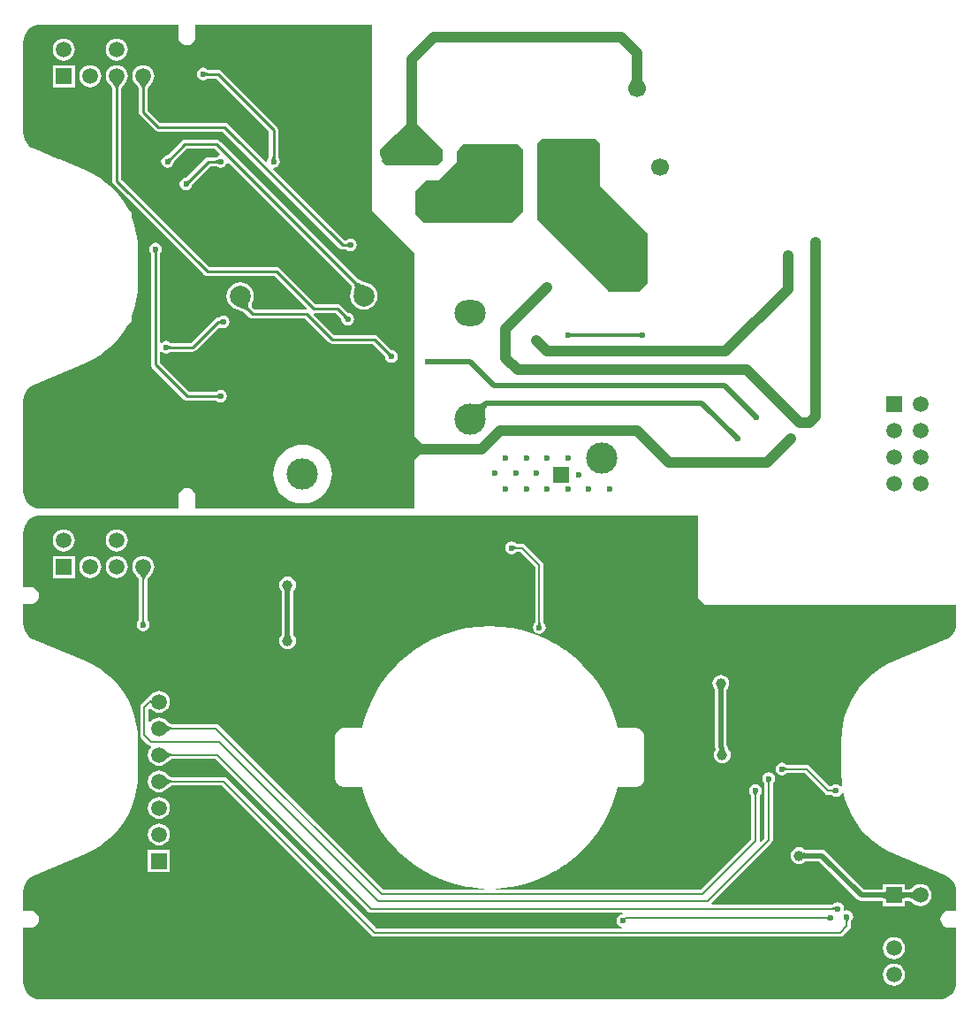
<source format=gbl>
G04 Layer_Physical_Order=2*
G04 Layer_Color=16711680*
%FSLAX44Y44*%
%MOMM*%
G71*
G01*
G75*
%ADD26C,1.0000*%
%ADD27C,0.2540*%
%ADD29C,0.3000*%
%ADD31C,0.5000*%
%ADD43C,0.2000*%
%ADD46O,10.0000X4.0000*%
%ADD47R,1.5000X1.5000*%
%ADD48C,1.7000*%
%ADD49C,3.0000*%
%ADD50C,1.5000*%
%ADD51R,1.5000X1.5000*%
%ADD52O,6.0000X1.5000*%
%ADD53C,2.0000*%
%ADD54C,3.0000*%
%ADD55O,3.0000X2.5000*%
%ADD56C,0.6000*%
%ADD57C,1.0000*%
%ADD58C,0.6600*%
%ADD59C,1.0000*%
G36*
X527131Y171266D02*
X527281Y171164D01*
X527453Y171074D01*
X527646Y170996D01*
X527861Y170930D01*
X528097Y170876D01*
X528355Y170834D01*
X528634Y170804D01*
X529258Y170780D01*
Y167780D01*
X528936Y167774D01*
X528355Y167726D01*
X528097Y167684D01*
X527861Y167630D01*
X527646Y167564D01*
X527453Y167486D01*
X527281Y167396D01*
X527131Y167294D01*
X527003Y167180D01*
Y171380D01*
X527131Y171266D01*
D02*
G37*
G36*
X380000Y372000D02*
X405000Y347000D01*
Y337000D01*
X400000Y332000D01*
X350000D01*
Y332000D01*
X346174Y335827D01*
X346660Y337000D01*
X350000D01*
X345000Y342000D01*
Y347000D01*
X360000Y362000D01*
X370000Y372000D01*
Y402000D01*
X380000D01*
Y372000D01*
D02*
G37*
G36*
X20000Y466877D02*
X151877D01*
Y455000D01*
X151867D01*
X152144Y452895D01*
X152957Y450934D01*
X154249Y449249D01*
X155934Y447957D01*
X157895Y447144D01*
X160000Y446867D01*
X162105Y447144D01*
X164067Y447957D01*
X165751Y449249D01*
X167043Y450934D01*
X167856Y452895D01*
X168133Y455000D01*
X168124D01*
X168124Y455000D01*
Y466877D01*
X336900D01*
Y348350D01*
Y309320D01*
Y297550D01*
Y288660D01*
X349600Y275960D01*
X377540Y248020D01*
Y190870D01*
Y72760D01*
X385160Y65140D01*
Y57520D01*
X377540Y49900D01*
Y30850D01*
Y3124D01*
X168124D01*
Y15000D01*
X168124Y15000D01*
X168133D01*
X167856Y17105D01*
X167043Y19067D01*
X165751Y20751D01*
X164067Y22043D01*
X162105Y22856D01*
X160000Y23133D01*
X157895Y22856D01*
X155934Y22043D01*
X154249Y20751D01*
X152957Y19067D01*
X152144Y17105D01*
X151867Y15000D01*
X151877D01*
Y3124D01*
X20000D01*
X19952Y3114D01*
X16705Y3434D01*
X13536Y4395D01*
X10616Y5956D01*
X8056Y8056D01*
X5956Y10616D01*
X4395Y13536D01*
X3434Y16705D01*
X3114Y19952D01*
X3124Y20000D01*
Y106636D01*
X3114Y106685D01*
X3434Y109932D01*
X4395Y113100D01*
X5956Y116020D01*
X8056Y118580D01*
X10616Y120681D01*
X13493Y122219D01*
X13542Y122228D01*
X61810Y142222D01*
X61825Y142185D01*
X69203Y145674D01*
X76203Y149870D01*
X82759Y154732D01*
X88806Y160212D01*
X94286Y166259D01*
X99148Y172815D01*
X103260Y179676D01*
X106873Y183288D01*
Y187304D01*
X109583Y194877D01*
X111566Y202794D01*
X112763Y210867D01*
X113164Y219018D01*
X113124D01*
Y250982D01*
X113164D01*
X112763Y259134D01*
X111566Y267207D01*
X109583Y275124D01*
X106873Y282696D01*
Y286712D01*
X103260Y290325D01*
X99148Y297186D01*
X94286Y303741D01*
X88806Y309788D01*
X82759Y315269D01*
X76203Y320130D01*
X69203Y324326D01*
X61825Y327816D01*
X61810Y327779D01*
X39706Y336934D01*
X38450Y338190D01*
X36674D01*
X13542Y347772D01*
X13493Y347781D01*
X10616Y349320D01*
X8056Y351420D01*
X5956Y353980D01*
X4395Y356900D01*
X3434Y360069D01*
X3114Y363316D01*
X3124Y363364D01*
Y450000D01*
X3114Y450048D01*
X3434Y453296D01*
X4395Y456464D01*
X5956Y459384D01*
X8056Y461944D01*
X10616Y464044D01*
X13536Y465605D01*
X16705Y466567D01*
X19952Y466886D01*
X20000Y466877D01*
D02*
G37*
G36*
X555340Y353430D02*
Y349620D01*
Y312790D01*
X562960Y305170D01*
X601060Y267070D01*
Y251830D01*
Y218810D01*
X599790Y217540D01*
X593440Y211190D01*
X564230D01*
X509620Y265800D01*
X495650Y279770D01*
Y353430D01*
X499460Y357240D01*
X551530D01*
X555340Y353430D01*
D02*
G37*
G36*
X593838Y167180D02*
X593709Y167294D01*
X593559Y167396D01*
X593388Y167486D01*
X593195Y167564D01*
X592980Y167630D01*
X592743Y167684D01*
X592486Y167726D01*
X592206Y167756D01*
X591582Y167780D01*
Y170780D01*
X591905Y170786D01*
X592486Y170834D01*
X592743Y170876D01*
X592980Y170930D01*
X593195Y170996D01*
X593388Y171074D01*
X593559Y171164D01*
X593709Y171266D01*
X593838Y171380D01*
Y167180D01*
D02*
G37*
G36*
X481680Y347080D02*
Y305170D01*
Y287390D01*
X475330Y281040D01*
X471520Y277230D01*
X386430D01*
X382620Y281040D01*
X378810Y284850D01*
Y292470D01*
Y307710D01*
X385160Y314060D01*
X388970Y317870D01*
X400400D01*
X402940Y320410D01*
X418180Y335650D01*
Y336920D01*
Y345810D01*
X420720Y348350D01*
X424530Y352160D01*
X476600D01*
X481680Y347080D01*
D02*
G37*
G36*
X448278Y102742D02*
X447523Y101909D01*
X446878Y101026D01*
X446342Y100095D01*
X445915Y99115D01*
X445598Y98086D01*
X445391Y97009D01*
X445292Y95883D01*
X445303Y94708D01*
X445423Y93484D01*
X445653Y92212D01*
X434212Y103652D01*
X435484Y103423D01*
X436708Y103303D01*
X437883Y103292D01*
X439009Y103390D01*
X440087Y103598D01*
X441115Y103915D01*
X442095Y104342D01*
X443026Y104878D01*
X443909Y105523D01*
X444742Y106278D01*
X448278Y102742D01*
D02*
G37*
G36*
X595910Y416520D02*
X596138Y413512D01*
X596242Y412962D01*
X596366Y412493D01*
X596508Y412104D01*
X596670Y411797D01*
X596850Y411570D01*
X584950D01*
X585131Y411797D01*
X585292Y412104D01*
X585435Y412493D01*
X585558Y412962D01*
X585663Y413512D01*
X585748Y414142D01*
X585862Y415647D01*
X585900Y417474D01*
X595900D01*
X595910Y416520D01*
D02*
G37*
%LPC*%
G36*
X41895Y453284D02*
X39154Y452923D01*
X36600Y451865D01*
X34406Y450182D01*
X32723Y447989D01*
X31665Y445434D01*
X31304Y442693D01*
X31665Y439952D01*
X32723Y437398D01*
X34406Y435205D01*
X36600Y433522D01*
X39154Y432464D01*
X41895Y432103D01*
X44636Y432464D01*
X47190Y433522D01*
X49383Y435205D01*
X51066Y437398D01*
X52125Y439952D01*
X52485Y442693D01*
X52125Y445434D01*
X51066Y447989D01*
X49383Y450182D01*
X47190Y451865D01*
X44636Y452923D01*
X41895Y453284D01*
D02*
G37*
G36*
X270606Y64525D02*
X266213Y64179D01*
X261927Y63150D01*
X257855Y61463D01*
X254097Y59161D01*
X250746Y56298D01*
X247884Y52947D01*
X245581Y49189D01*
X243894Y45117D01*
X242865Y40832D01*
X242520Y36438D01*
X242865Y32044D01*
X243894Y27759D01*
X245581Y23687D01*
X247884Y19929D01*
X250746Y16578D01*
X254097Y13715D01*
X257855Y11413D01*
X261927Y9726D01*
X266213Y8697D01*
X270606Y8352D01*
X275000Y8697D01*
X279285Y9726D01*
X283357Y11413D01*
X287115Y13715D01*
X290466Y16578D01*
X293329Y19929D01*
X295632Y23687D01*
X297318Y27759D01*
X298347Y32044D01*
X298693Y36438D01*
X298347Y40832D01*
X297318Y45117D01*
X295632Y49189D01*
X293329Y52947D01*
X290466Y56298D01*
X287115Y59161D01*
X283357Y61463D01*
X279285Y63150D01*
X275000Y64179D01*
X270606Y64525D01*
D02*
G37*
G36*
X129890Y257948D02*
X127549Y257482D01*
X125564Y256156D01*
X124238Y254171D01*
X123773Y251830D01*
X124238Y249489D01*
X125537Y247546D01*
Y141340D01*
X125868Y139674D01*
X126812Y138262D01*
X157292Y107782D01*
X158704Y106838D01*
X160370Y106506D01*
X187836D01*
X189779Y105208D01*
X192120Y104742D01*
X194461Y105208D01*
X196446Y106534D01*
X197772Y108519D01*
X198238Y110860D01*
X197772Y113201D01*
X196446Y115186D01*
X194461Y116512D01*
X192120Y116978D01*
X189779Y116512D01*
X187836Y115214D01*
X162174D01*
X134244Y143143D01*
Y153454D01*
X135514Y153840D01*
X135724Y153524D01*
X137709Y152198D01*
X140050Y151733D01*
X142391Y152198D01*
X144334Y153496D01*
X165450D01*
X167116Y153828D01*
X168529Y154772D01*
X190980Y177223D01*
X192319Y176328D01*
X194660Y175863D01*
X197001Y176328D01*
X198986Y177654D01*
X200312Y179639D01*
X200778Y181980D01*
X200312Y184321D01*
X198986Y186306D01*
X197001Y187632D01*
X194660Y188098D01*
X192319Y187632D01*
X190376Y186334D01*
X189580D01*
X187914Y186002D01*
X186502Y185058D01*
X163647Y162204D01*
X144334D01*
X142391Y163502D01*
X140050Y163968D01*
X137709Y163502D01*
X135724Y162176D01*
X135514Y161861D01*
X134244Y162246D01*
Y247546D01*
X135542Y249489D01*
X136008Y251830D01*
X135542Y254171D01*
X134216Y256156D01*
X132231Y257482D01*
X129890Y257948D01*
D02*
G37*
G36*
X118095Y427884D02*
X115354Y427523D01*
X112800Y426465D01*
X110606Y424782D01*
X108923Y422589D01*
X107865Y420034D01*
X107504Y417294D01*
X107865Y414552D01*
X108923Y411998D01*
X110606Y409805D01*
X110794Y409661D01*
X111357Y409089D01*
X112494Y407786D01*
X112887Y407261D01*
X113213Y406765D01*
X113455Y406333D01*
X113617Y405975D01*
X113710Y405699D01*
X113741Y405551D01*
Y383005D01*
X114073Y381339D01*
X115016Y379927D01*
X129352Y365592D01*
X130764Y364648D01*
X132430Y364316D01*
X194127D01*
X282194Y276250D01*
X305882Y252562D01*
X307294Y251618D01*
X308960Y251286D01*
X312296D01*
X314239Y249988D01*
X316580Y249522D01*
X318921Y249988D01*
X320906Y251314D01*
X322232Y253299D01*
X322698Y255640D01*
X322232Y257981D01*
X320906Y259966D01*
X318921Y261292D01*
X316580Y261758D01*
X314239Y261292D01*
X312296Y259994D01*
X310763D01*
X281020Y289737D01*
X242330Y328428D01*
X242580Y328896D01*
X243004Y329549D01*
X245261Y329998D01*
X247246Y331324D01*
X248572Y333309D01*
X249038Y335650D01*
X248572Y337991D01*
X247274Y339934D01*
Y366130D01*
X246943Y367796D01*
X245999Y369209D01*
X192659Y422548D01*
X191246Y423492D01*
X189580Y423824D01*
X179894D01*
X177951Y425122D01*
X175610Y425588D01*
X173269Y425122D01*
X171285Y423796D01*
X169958Y421811D01*
X169493Y419470D01*
X169958Y417129D01*
X171285Y415144D01*
X173269Y413818D01*
X175610Y413353D01*
X177951Y413818D01*
X179894Y415116D01*
X187777D01*
X238567Y364327D01*
Y339934D01*
X237268Y337991D01*
X236819Y335734D01*
X236166Y335310D01*
X235698Y335060D01*
X199009Y371749D01*
X197596Y372692D01*
X195930Y373024D01*
X134234D01*
X122448Y384809D01*
Y405551D01*
X122480Y405699D01*
X122573Y405974D01*
X122735Y406333D01*
X122976Y406765D01*
X123303Y407262D01*
X123695Y407786D01*
X124832Y409089D01*
X125396Y409661D01*
X125583Y409805D01*
X127267Y411998D01*
X128324Y414552D01*
X128685Y417294D01*
X128324Y420034D01*
X127267Y422589D01*
X125583Y424782D01*
X123390Y426465D01*
X120836Y427523D01*
X118095Y427884D01*
D02*
G37*
G36*
X92695Y453284D02*
X89954Y452923D01*
X87400Y451865D01*
X85206Y450182D01*
X83523Y447989D01*
X82465Y445434D01*
X82104Y442693D01*
X82465Y439952D01*
X83523Y437398D01*
X85206Y435205D01*
X87400Y433522D01*
X89954Y432464D01*
X92695Y432103D01*
X95436Y432464D01*
X97990Y433522D01*
X100183Y435205D01*
X101867Y437398D01*
X102924Y439952D01*
X103285Y442693D01*
X102924Y445434D01*
X101867Y447989D01*
X100183Y450182D01*
X97990Y451865D01*
X95436Y452923D01*
X92695Y453284D01*
D02*
G37*
G36*
X188310Y356514D02*
X157830D01*
X156164Y356182D01*
X154752Y355238D01*
X141271Y341758D01*
X138979Y341302D01*
X136994Y339976D01*
X135668Y337991D01*
X135203Y335650D01*
X135668Y333309D01*
X136994Y331324D01*
X138979Y329998D01*
X141320Y329533D01*
X143661Y329998D01*
X145646Y331324D01*
X146972Y333309D01*
X147428Y335601D01*
X159634Y347806D01*
X186507D01*
X191395Y342918D01*
X190977Y341540D01*
X189779Y341302D01*
X187836Y340004D01*
X180690D01*
X179024Y339672D01*
X177612Y338729D01*
X159051Y320168D01*
X156759Y319712D01*
X154775Y318386D01*
X153448Y316401D01*
X152983Y314060D01*
X153448Y311719D01*
X154775Y309734D01*
X156759Y308408D01*
X159100Y307943D01*
X161441Y308408D01*
X163426Y309734D01*
X164752Y311719D01*
X165208Y314011D01*
X182494Y331296D01*
X187836D01*
X189779Y329998D01*
X192120Y329533D01*
X194461Y329998D01*
X196446Y331324D01*
X197772Y333309D01*
X198010Y334507D01*
X199388Y334925D01*
X282194Y252120D01*
X317201Y217112D01*
X317244Y217062D01*
X317375Y216840D01*
X317494Y216538D01*
X317591Y216127D01*
X317649Y215588D01*
X317649Y214918D01*
X317576Y214119D01*
X317419Y213199D01*
X317172Y212162D01*
X316810Y210947D01*
X316806Y210907D01*
X316586Y210377D01*
X316140Y206983D01*
X316586Y203589D01*
X317896Y200427D01*
X319980Y197711D01*
X322696Y195627D01*
X325858Y194318D01*
X329252Y193871D01*
X332645Y194318D01*
X335630Y195554D01*
X335808Y195627D01*
X338523Y197711D01*
X340607Y200427D01*
X341917Y203589D01*
X342364Y206983D01*
X341917Y210377D01*
X340607Y213539D01*
X338523Y216255D01*
X335808Y218339D01*
X335630Y218412D01*
D01*
X332645Y219648D01*
X332424Y219678D01*
X328312Y220992D01*
X326020Y221822D01*
X324407Y222505D01*
X323953Y222735D01*
X323796Y222832D01*
X281020Y265607D01*
X191389Y355238D01*
X189976Y356182D01*
X188310Y356514D01*
D02*
G37*
G36*
X67295Y427884D02*
X64554Y427523D01*
X62000Y426465D01*
X59806Y424782D01*
X58123Y422589D01*
X57065Y420034D01*
X56704Y417294D01*
X57065Y414552D01*
X58123Y411998D01*
X59806Y409805D01*
X62000Y408122D01*
X64554Y407064D01*
X67295Y406703D01*
X70036Y407064D01*
X72590Y408122D01*
X74783Y409805D01*
X76466Y411998D01*
X77524Y414552D01*
X77885Y417294D01*
X77524Y420034D01*
X76466Y422589D01*
X74783Y424782D01*
X72590Y426465D01*
X70036Y427523D01*
X67295Y427884D01*
D02*
G37*
G36*
X52395Y427794D02*
X31395D01*
Y406794D01*
X52395D01*
Y427794D01*
D02*
G37*
G36*
X92695Y427884D02*
X89954Y427523D01*
X87400Y426465D01*
X85206Y424782D01*
X83523Y422589D01*
X82465Y420034D01*
X82104Y417294D01*
X82465Y414552D01*
X83523Y411998D01*
X85206Y409805D01*
X85394Y409661D01*
X85957Y409089D01*
X87094Y407786D01*
X87487Y407261D01*
X87813Y406765D01*
X88055Y406333D01*
X88217Y405975D01*
X88310Y405699D01*
X88341Y405551D01*
Y316966D01*
X88673Y315299D01*
X89616Y313887D01*
X176342Y227162D01*
X177754Y226218D01*
X179420Y225886D01*
X243657D01*
X274320Y195224D01*
X273794Y193954D01*
X224404D01*
X222002Y196355D01*
X221954Y196412D01*
X221833Y196617D01*
X221736Y196871D01*
X221664Y197213D01*
X221634Y197669D01*
X221666Y198250D01*
X221779Y198956D01*
X221988Y199781D01*
X222299Y200716D01*
X222750Y201831D01*
X222802Y202105D01*
X223417Y203589D01*
X223864Y206983D01*
X223417Y210377D01*
X222107Y213539D01*
X220023Y216255D01*
X217308Y218339D01*
X214145Y219648D01*
X210752Y220095D01*
X207358Y219648D01*
X204196Y218339D01*
X201480Y216255D01*
X199396Y213539D01*
X198086Y210377D01*
X197640Y206983D01*
X198086Y203589D01*
X199396Y200427D01*
X201480Y197711D01*
X204196Y195627D01*
X205490Y195091D01*
X205721Y194932D01*
X214098Y191327D01*
X215298Y190734D01*
X215324Y190719D01*
X219522Y186521D01*
X220934Y185578D01*
X222600Y185246D01*
X272867D01*
X295722Y162392D01*
X297134Y161448D01*
X298800Y161116D01*
X337637D01*
X349842Y148911D01*
X350298Y146619D01*
X351624Y144634D01*
X353609Y143308D01*
X355950Y142843D01*
X358291Y143308D01*
X360276Y144634D01*
X361602Y146619D01*
X362068Y148960D01*
X361602Y151301D01*
X360276Y153286D01*
X358291Y154612D01*
X355999Y155068D01*
X342519Y168549D01*
X341106Y169492D01*
X339440Y169824D01*
X300604D01*
X281371Y189056D01*
X281897Y190326D01*
X302077D01*
X307932Y184471D01*
X308388Y182179D01*
X309715Y180194D01*
X311699Y178868D01*
X314040Y178403D01*
X316381Y178868D01*
X318366Y180194D01*
X319692Y182179D01*
X320158Y184520D01*
X319692Y186861D01*
X318366Y188846D01*
X316381Y190172D01*
X314089Y190628D01*
X306959Y197759D01*
X305546Y198702D01*
X303880Y199034D01*
X282824D01*
X281020Y200837D01*
X248539Y233319D01*
X247126Y234262D01*
X245460Y234594D01*
X181224D01*
X97048Y318769D01*
Y405551D01*
X97080Y405699D01*
X97173Y405974D01*
X97335Y406333D01*
X97576Y406765D01*
X97903Y407262D01*
X98295Y407786D01*
X99432Y409089D01*
X99996Y409661D01*
X100183Y409805D01*
X101867Y411998D01*
X102924Y414552D01*
X103285Y417294D01*
X102924Y420034D01*
X101867Y422589D01*
X100183Y424782D01*
X97990Y426465D01*
X95436Y427523D01*
X92695Y427884D01*
D02*
G37*
%LPD*%
G36*
X311965Y188403D02*
X312188Y188216D01*
X312411Y188050D01*
X312636Y187908D01*
X312862Y187787D01*
X313090Y187689D01*
X313318Y187613D01*
X313548Y187560D01*
X313778Y187529D01*
X314010Y187520D01*
X311040Y184550D01*
X311031Y184782D01*
X311000Y185013D01*
X310947Y185242D01*
X310871Y185471D01*
X310773Y185698D01*
X310653Y185924D01*
X310510Y186149D01*
X310345Y186373D01*
X310157Y186595D01*
X309947Y186817D01*
X311744Y188613D01*
X311965Y188403D01*
D02*
G37*
G36*
X192518Y179880D02*
X192348Y180038D01*
X192162Y180179D01*
X191962Y180303D01*
X191747Y180411D01*
X191517Y180503D01*
X191272Y180577D01*
X191012Y180635D01*
X190737Y180677D01*
X190447Y180702D01*
X190142Y180710D01*
Y183250D01*
X190447Y183258D01*
X190737Y183283D01*
X191012Y183325D01*
X191272Y183383D01*
X191517Y183458D01*
X191747Y183549D01*
X191962Y183657D01*
X192162Y183781D01*
X192348Y183922D01*
X192518Y184080D01*
Y179880D01*
D02*
G37*
G36*
X189978Y108760D02*
X189808Y108918D01*
X189622Y109059D01*
X189422Y109183D01*
X189207Y109291D01*
X188977Y109383D01*
X188732Y109457D01*
X188472Y109515D01*
X188197Y109557D01*
X187907Y109582D01*
X187602Y109590D01*
Y112130D01*
X187907Y112138D01*
X188197Y112163D01*
X188472Y112205D01*
X188732Y112263D01*
X188977Y112338D01*
X189207Y112429D01*
X189422Y112537D01*
X189622Y112661D01*
X189808Y112802D01*
X189978Y112960D01*
Y108760D01*
D02*
G37*
G36*
X353875Y152843D02*
X354098Y152656D01*
X354322Y152491D01*
X354546Y152348D01*
X354772Y152227D01*
X355000Y152129D01*
X355228Y152053D01*
X355458Y152000D01*
X355688Y151969D01*
X355920Y151960D01*
X352950Y148990D01*
X352942Y149222D01*
X352910Y149453D01*
X352857Y149682D01*
X352781Y149910D01*
X352683Y150138D01*
X352562Y150364D01*
X352420Y150589D01*
X352255Y150813D01*
X352067Y151035D01*
X351857Y151257D01*
X353654Y153053D01*
X353875Y152843D01*
D02*
G37*
G36*
X142363Y159792D02*
X142548Y159651D01*
X142748Y159527D01*
X142963Y159419D01*
X143193Y159327D01*
X143438Y159253D01*
X143698Y159195D01*
X143973Y159153D01*
X144263Y159128D01*
X144568Y159120D01*
Y156580D01*
X144263Y156572D01*
X143973Y156547D01*
X143698Y156505D01*
X143438Y156447D01*
X143193Y156373D01*
X142963Y156281D01*
X142748Y156173D01*
X142548Y156049D01*
X142363Y155908D01*
X142193Y155750D01*
Y159950D01*
X142363Y159792D01*
D02*
G37*
G36*
X244198Y339863D02*
X244223Y339573D01*
X244265Y339298D01*
X244323Y339038D01*
X244398Y338793D01*
X244489Y338563D01*
X244597Y338348D01*
X244721Y338148D01*
X244862Y337963D01*
X245020Y337793D01*
X240820D01*
X240978Y337963D01*
X241119Y338148D01*
X241243Y338348D01*
X241351Y338563D01*
X241443Y338793D01*
X241517Y339038D01*
X241576Y339298D01*
X241617Y339573D01*
X241642Y339863D01*
X241650Y340168D01*
X244190D01*
X244198Y339863D01*
D02*
G37*
G36*
X145413Y337947D02*
X145203Y337725D01*
X145016Y337503D01*
X144851Y337279D01*
X144708Y337054D01*
X144587Y336828D01*
X144489Y336600D01*
X144413Y336372D01*
X144360Y336143D01*
X144329Y335912D01*
X144320Y335680D01*
X141350Y338650D01*
X141582Y338659D01*
X141813Y338690D01*
X142042Y338743D01*
X142271Y338819D01*
X142498Y338917D01*
X142724Y339038D01*
X142949Y339180D01*
X143173Y339346D01*
X143395Y339533D01*
X143617Y339743D01*
X145413Y337947D01*
D02*
G37*
G36*
X97189Y411170D02*
X95915Y409711D01*
X95398Y409019D01*
X94960Y408353D01*
X94602Y407712D01*
X94323Y407096D01*
X94124Y406506D01*
X94005Y405941D01*
X93965Y405402D01*
X91425D01*
X91385Y405941D01*
X91266Y406506D01*
X91067Y407096D01*
X90788Y407712D01*
X90430Y408353D01*
X89992Y409019D01*
X89475Y409711D01*
X88201Y411170D01*
X87445Y411937D01*
X97945D01*
X97189Y411170D01*
D02*
G37*
G36*
X177923Y421412D02*
X178108Y421271D01*
X178308Y421147D01*
X178523Y421039D01*
X178753Y420947D01*
X178998Y420873D01*
X179258Y420815D01*
X179533Y420773D01*
X179823Y420748D01*
X180128Y420740D01*
Y418200D01*
X179823Y418192D01*
X179533Y418167D01*
X179258Y418125D01*
X178998Y418067D01*
X178753Y417993D01*
X178523Y417901D01*
X178308Y417793D01*
X178108Y417669D01*
X177923Y417528D01*
X177753Y417370D01*
Y421570D01*
X177923Y421412D01*
D02*
G37*
G36*
X122589Y411170D02*
X121315Y409711D01*
X120798Y409019D01*
X120360Y408353D01*
X120002Y407712D01*
X119723Y407096D01*
X119524Y406506D01*
X119405Y405941D01*
X119365Y405402D01*
X116825D01*
X116785Y405941D01*
X116666Y406506D01*
X116467Y407096D01*
X116188Y407712D01*
X115830Y408353D01*
X115392Y409019D01*
X114875Y409711D01*
X113601Y411170D01*
X112845Y411937D01*
X123345D01*
X122589Y411170D01*
D02*
G37*
G36*
X189978Y333550D02*
X189808Y333708D01*
X189622Y333849D01*
X189422Y333973D01*
X189207Y334081D01*
X188977Y334173D01*
X188732Y334247D01*
X188472Y334305D01*
X188197Y334347D01*
X187907Y334372D01*
X187602Y334380D01*
Y336920D01*
X187907Y336928D01*
X188197Y336953D01*
X188472Y336995D01*
X188732Y337053D01*
X188977Y337127D01*
X189207Y337219D01*
X189422Y337327D01*
X189622Y337451D01*
X189808Y337592D01*
X189978Y337750D01*
Y333550D01*
D02*
G37*
G36*
X321966Y220365D02*
X322461Y220063D01*
X323116Y219730D01*
X324902Y218974D01*
X327325Y218096D01*
X332151Y216553D01*
X319741Y210073D01*
X320127Y211370D01*
X320417Y212587D01*
X320611Y213722D01*
X320708Y214777D01*
X320708Y215751D01*
X320612Y216644D01*
X320420Y217457D01*
X320131Y218189D01*
X319746Y218840D01*
X319264Y219410D01*
X321629Y220637D01*
X321966Y220365D01*
D02*
G37*
G36*
X219428Y201774D02*
X219050Y200640D01*
X218781Y199575D01*
X218621Y198578D01*
X218569Y197651D01*
X218627Y196793D01*
X218793Y196004D01*
X219068Y195284D01*
X219452Y194633D01*
X219945Y194052D01*
X217376Y193028D01*
X217150Y193196D01*
X216743Y193432D01*
X215382Y194105D01*
X206931Y197742D01*
X219914Y202978D01*
X219428Y201774D01*
D02*
G37*
G36*
X131833Y249517D02*
X131691Y249332D01*
X131567Y249132D01*
X131459Y248917D01*
X131368Y248687D01*
X131293Y248442D01*
X131235Y248182D01*
X131193Y247907D01*
X131168Y247617D01*
X131160Y247312D01*
X128620D01*
X128612Y247617D01*
X128587Y247907D01*
X128546Y248182D01*
X128487Y248442D01*
X128413Y248687D01*
X128321Y248917D01*
X128214Y249132D01*
X128089Y249332D01*
X127948Y249517D01*
X127790Y249688D01*
X131990D01*
X131833Y249517D01*
D02*
G37*
G36*
X163193Y316357D02*
X162983Y316135D01*
X162796Y315913D01*
X162631Y315689D01*
X162488Y315464D01*
X162367Y315238D01*
X162269Y315011D01*
X162194Y314782D01*
X162140Y314553D01*
X162109Y314322D01*
X162100Y314090D01*
X159130Y317060D01*
X159362Y317069D01*
X159593Y317100D01*
X159822Y317153D01*
X160051Y317229D01*
X160278Y317327D01*
X160504Y317448D01*
X160729Y317591D01*
X160953Y317756D01*
X161175Y317943D01*
X161397Y318153D01*
X163193Y316357D01*
D02*
G37*
G36*
X314438Y253540D02*
X314268Y253698D01*
X314082Y253839D01*
X313882Y253963D01*
X313667Y254071D01*
X313437Y254163D01*
X313192Y254237D01*
X312932Y254295D01*
X312657Y254337D01*
X312367Y254362D01*
X312062Y254370D01*
Y256910D01*
X312367Y256918D01*
X312657Y256943D01*
X312932Y256985D01*
X313192Y257043D01*
X313437Y257118D01*
X313667Y257209D01*
X313882Y257317D01*
X314082Y257441D01*
X314268Y257582D01*
X314438Y257740D01*
Y253540D01*
D02*
G37*
G36*
X20000Y-3023D02*
X649920D01*
Y-81280D01*
Y-82550D01*
X656270Y-88900D01*
X896877D01*
Y-106536D01*
X896887Y-106585D01*
X896567Y-109831D01*
X895606Y-113000D01*
X894045Y-115920D01*
X891944Y-118480D01*
X889385Y-120580D01*
X887561Y-121555D01*
X886459Y-122128D01*
Y-122128D01*
X885306Y-122605D01*
X838191Y-142121D01*
X838175Y-142084D01*
X830797Y-145574D01*
X823797Y-149770D01*
X817242Y-154631D01*
X811195Y-160112D01*
X805714Y-166159D01*
X800852Y-172714D01*
X796657Y-179715D01*
X793167Y-187092D01*
X790418Y-194776D01*
X788435Y-202693D01*
X787237Y-210766D01*
X786837Y-218918D01*
X786877D01*
Y-250882D01*
X786837D01*
X787237Y-259034D01*
X787698Y-262143D01*
X786484Y-262611D01*
X786326Y-262374D01*
X784341Y-261048D01*
X782000Y-260583D01*
X779659Y-261048D01*
X777674Y-262374D01*
X777541Y-262574D01*
X777506Y-262599D01*
X777478Y-262616D01*
X777466Y-262622D01*
X776069D01*
X756544Y-243096D01*
X755221Y-242212D01*
X753660Y-241902D01*
X753660Y-241902D01*
X734464D01*
X734453Y-241896D01*
X734424Y-241879D01*
X734389Y-241854D01*
X734256Y-241654D01*
X732271Y-240328D01*
X729930Y-239862D01*
X727589Y-240328D01*
X725604Y-241654D01*
X724278Y-243639D01*
X723812Y-245980D01*
X724278Y-248321D01*
X725604Y-250306D01*
X727589Y-251632D01*
X729930Y-252097D01*
X732271Y-251632D01*
X734256Y-250306D01*
X734389Y-250106D01*
X734424Y-250081D01*
X734452Y-250064D01*
X734464Y-250058D01*
X751971D01*
X771496Y-269584D01*
X772819Y-270468D01*
X774380Y-270778D01*
X774380Y-270778D01*
X777466D01*
X777477Y-270784D01*
X777506Y-270802D01*
X777541Y-270826D01*
X777674Y-271026D01*
X779659Y-272352D01*
X782000Y-272817D01*
X784341Y-272352D01*
X786326Y-271026D01*
X787622Y-269087D01*
X787846Y-269050D01*
X788935Y-269102D01*
X790418Y-275023D01*
X793167Y-282708D01*
X796657Y-290085D01*
X800852Y-297085D01*
X805714Y-303641D01*
X811195Y-309688D01*
X817242Y-315168D01*
X823797Y-320030D01*
X830797Y-324226D01*
X838175Y-327715D01*
X838191Y-327678D01*
X885290Y-347188D01*
X885306Y-347194D01*
X886459Y-347672D01*
X886459Y-347672D01*
X887551Y-348239D01*
X889385Y-349219D01*
X891944Y-351320D01*
X894045Y-353880D01*
X895606Y-356800D01*
X896567Y-359968D01*
X896887Y-363215D01*
X896877Y-363264D01*
Y-381776D01*
X890001D01*
Y-381767D01*
X887896Y-382044D01*
X885934Y-382856D01*
X884249Y-384149D01*
X882957Y-385833D01*
X882144Y-387795D01*
X881867Y-389900D01*
X882144Y-392005D01*
X882957Y-393966D01*
X884249Y-395651D01*
X885934Y-396943D01*
X887896Y-397756D01*
X890001Y-398033D01*
Y-398023D01*
X890001Y-398023D01*
X896877D01*
Y-449900D01*
X896887Y-449948D01*
X896567Y-453195D01*
X895606Y-456364D01*
X894045Y-459284D01*
X891944Y-461844D01*
X889385Y-463944D01*
X886464Y-465505D01*
X883296Y-466466D01*
X880049Y-466786D01*
X880001Y-466777D01*
X20000D01*
X19952Y-466786D01*
X16705Y-466466D01*
X13536Y-465505D01*
X10616Y-463944D01*
X8056Y-461844D01*
X5956Y-459284D01*
X4395Y-456364D01*
X3434Y-453195D01*
X3114Y-449948D01*
X3124Y-449900D01*
Y-398023D01*
X10000D01*
X10000Y-398023D01*
Y-398033D01*
X12105Y-397756D01*
X14066Y-396943D01*
X15751Y-395651D01*
X17043Y-393966D01*
X17856Y-392005D01*
X18133Y-389900D01*
X17856Y-387795D01*
X17043Y-385833D01*
X15751Y-384149D01*
X14066Y-382856D01*
X12105Y-382044D01*
X10000Y-381767D01*
Y-381776D01*
X3124D01*
Y-363264D01*
X3114Y-363215D01*
X3434Y-359968D01*
X4395Y-356800D01*
X5956Y-353880D01*
X8056Y-351320D01*
X10616Y-349219D01*
X13493Y-347681D01*
X13542Y-347672D01*
X61810Y-327678D01*
X61825Y-327715D01*
X69203Y-324226D01*
X76203Y-320030D01*
X82759Y-315168D01*
X88806Y-309688D01*
X94286Y-303641D01*
X99148Y-297085D01*
X103344Y-290085D01*
X106833Y-282708D01*
X109583Y-275023D01*
X111566Y-267106D01*
X112763Y-259034D01*
X113164Y-250882D01*
X113124D01*
Y-218918D01*
X113164D01*
X112763Y-210766D01*
X111566Y-202693D01*
X109583Y-194776D01*
X106833Y-187092D01*
X103344Y-179715D01*
X99148Y-172714D01*
X94286Y-166159D01*
X88806Y-160112D01*
X82759Y-154631D01*
X76203Y-149770D01*
X69203Y-145574D01*
X61825Y-142084D01*
X61810Y-142121D01*
X14710Y-122612D01*
X14694Y-122605D01*
X13542Y-122128D01*
X13542Y-122128D01*
X12449Y-121560D01*
X10616Y-120580D01*
X8056Y-118480D01*
X5956Y-115920D01*
X4395Y-113000D01*
X3434Y-109831D01*
X3114Y-106585D01*
X3124Y-106536D01*
Y-88023D01*
X10000D01*
Y-88033D01*
X12105Y-87756D01*
X14066Y-86943D01*
X15751Y-85651D01*
X17043Y-83966D01*
X17856Y-82005D01*
X18133Y-79900D01*
X17856Y-77795D01*
X17043Y-75833D01*
X15751Y-74149D01*
X14066Y-72856D01*
X12105Y-72044D01*
X10000Y-71767D01*
Y-71776D01*
X10000Y-71776D01*
X3124D01*
Y-19900D01*
X3114Y-19851D01*
X3434Y-16604D01*
X4395Y-13436D01*
X5956Y-10516D01*
X8056Y-7956D01*
X10616Y-5856D01*
X13536Y-4295D01*
X16705Y-3333D01*
X19952Y-3014D01*
X20000Y-3023D01*
D02*
G37*
G36*
X732291Y-244089D02*
X732517Y-244276D01*
X732749Y-244441D01*
X732988Y-244584D01*
X733233Y-244705D01*
X733485Y-244804D01*
X733743Y-244881D01*
X734008Y-244936D01*
X734280Y-244969D01*
X734558Y-244980D01*
Y-246980D01*
X734280Y-246991D01*
X734008Y-247024D01*
X733743Y-247079D01*
X733485Y-247156D01*
X733233Y-247255D01*
X732988Y-247376D01*
X732749Y-247519D01*
X732517Y-247684D01*
X732291Y-247871D01*
X732072Y-248080D01*
Y-243880D01*
X732291Y-244089D01*
D02*
G37*
G36*
X779858Y-268800D02*
X779639Y-268591D01*
X779413Y-268404D01*
X779181Y-268239D01*
X778942Y-268096D01*
X778697Y-267975D01*
X778445Y-267876D01*
X778187Y-267799D01*
X777922Y-267744D01*
X777650Y-267711D01*
X777372Y-267700D01*
Y-265700D01*
X777650Y-265689D01*
X777922Y-265656D01*
X778187Y-265601D01*
X778445Y-265524D01*
X778697Y-265425D01*
X778942Y-265304D01*
X779181Y-265161D01*
X779413Y-264996D01*
X779639Y-264809D01*
X779858Y-264600D01*
Y-268800D01*
D02*
G37*
%LPC*%
G36*
X746440Y-320861D02*
X744352Y-321136D01*
X742405Y-321942D01*
X740734Y-323224D01*
X739452Y-324896D01*
X738646Y-326842D01*
X738371Y-328930D01*
X738646Y-331018D01*
X739452Y-332965D01*
X740734Y-334636D01*
X742405Y-335918D01*
X744352Y-336724D01*
X746440Y-336999D01*
X748528Y-336724D01*
X750474Y-335918D01*
X752031Y-334723D01*
X752041Y-334718D01*
X752056Y-334704D01*
X752080Y-334686D01*
X752106Y-334675D01*
X752232Y-334637D01*
X752422Y-334594D01*
X752637Y-334558D01*
X752887Y-334538D01*
X765707D01*
X801934Y-370764D01*
X803753Y-371980D01*
X805899Y-372407D01*
X825927D01*
X826258Y-372436D01*
X826750Y-372517D01*
X826801Y-372531D01*
Y-377299D01*
X847801D01*
Y-372531D01*
X847852Y-372517D01*
X848344Y-372436D01*
X848675Y-372407D01*
X851817D01*
X852009Y-372430D01*
X852419Y-372515D01*
X852816Y-372633D01*
X853205Y-372786D01*
X853592Y-372977D01*
X853979Y-373209D01*
X854369Y-373486D01*
X854763Y-373813D01*
X855081Y-374116D01*
X855212Y-374287D01*
X857406Y-375971D01*
X859960Y-377029D01*
X862701Y-377389D01*
X865442Y-377029D01*
X867996Y-375971D01*
X870190Y-374287D01*
X871873Y-372094D01*
X872931Y-369540D01*
X873291Y-366799D01*
X872931Y-364058D01*
X871873Y-361504D01*
X870190Y-359310D01*
X867996Y-357627D01*
X865442Y-356569D01*
X862701Y-356208D01*
X859960Y-356569D01*
X857406Y-357627D01*
X855212Y-359310D01*
X855081Y-359481D01*
X854763Y-359785D01*
X854369Y-360112D01*
X853979Y-360389D01*
X853591Y-360621D01*
X853205Y-360811D01*
X852816Y-360965D01*
X852419Y-361083D01*
X852009Y-361168D01*
X851817Y-361191D01*
X848675D01*
X848344Y-361162D01*
X847852Y-361081D01*
X847801Y-361067D01*
Y-356299D01*
X826801D01*
Y-361067D01*
X826750Y-361081D01*
X826258Y-361162D01*
X825927Y-361191D01*
X808222D01*
X771995Y-324965D01*
X770176Y-323749D01*
X768030Y-323322D01*
X752811D01*
X752674Y-323308D01*
X752422Y-323266D01*
X752232Y-323223D01*
X752106Y-323185D01*
X752080Y-323174D01*
X752056Y-323156D01*
X752041Y-323142D01*
X752031Y-323137D01*
X750474Y-321942D01*
X748528Y-321136D01*
X746440Y-320861D01*
D02*
G37*
G36*
X118100Y-42010D02*
X115359Y-42371D01*
X112805Y-43429D01*
X110611Y-45112D01*
X108928Y-47306D01*
X107870Y-49860D01*
X107509Y-52601D01*
X107870Y-55342D01*
X108928Y-57896D01*
X110611Y-60090D01*
X110802Y-60236D01*
X111427Y-60868D01*
X112666Y-62257D01*
X113104Y-62820D01*
X113464Y-63341D01*
X113730Y-63786D01*
X113905Y-64142D01*
X113998Y-64391D01*
X114022Y-64490D01*
Y-103203D01*
X113929Y-103282D01*
X113877Y-103348D01*
X113464Y-103624D01*
X112138Y-105609D01*
X111672Y-107950D01*
X112138Y-110291D01*
X113464Y-112276D01*
X115449Y-113602D01*
X117790Y-114067D01*
X120131Y-113602D01*
X122116Y-112276D01*
X123442Y-110291D01*
X123907Y-107950D01*
X123442Y-105609D01*
X122638Y-104405D01*
X122510Y-104152D01*
X122376Y-103981D01*
X122313Y-103889D01*
X122265Y-103810D01*
X122230Y-103741D01*
X122205Y-103682D01*
X122187Y-103632D01*
X122178Y-103598D01*
Y-64490D01*
X122202Y-64391D01*
X122295Y-64141D01*
X122470Y-63786D01*
X122736Y-63341D01*
X123096Y-62820D01*
X123534Y-62257D01*
X124772Y-60868D01*
X125398Y-60236D01*
X125589Y-60090D01*
X127272Y-57896D01*
X128330Y-55342D01*
X128691Y-52601D01*
X128330Y-49860D01*
X127272Y-47306D01*
X125589Y-45112D01*
X123395Y-43429D01*
X120841Y-42371D01*
X118100Y-42010D01*
D02*
G37*
G36*
X470850Y-28173D02*
X468509Y-28638D01*
X466524Y-29964D01*
X465198Y-31949D01*
X464733Y-34290D01*
X465198Y-36631D01*
X466524Y-38616D01*
X468509Y-39942D01*
X470850Y-40408D01*
X473191Y-39942D01*
X475176Y-38616D01*
X475309Y-38416D01*
X475344Y-38391D01*
X475372Y-38374D01*
X475384Y-38368D01*
X479321D01*
X493442Y-52489D01*
Y-105956D01*
X493436Y-105968D01*
X493419Y-105996D01*
X493394Y-106031D01*
X493194Y-106164D01*
X491868Y-108149D01*
X491403Y-110490D01*
X491868Y-112831D01*
X493194Y-114816D01*
X495179Y-116142D01*
X497520Y-116608D01*
X499861Y-116142D01*
X501846Y-114816D01*
X503172Y-112831D01*
X503638Y-110490D01*
X503172Y-108149D01*
X501846Y-106164D01*
X501646Y-106031D01*
X501622Y-105996D01*
X501604Y-105968D01*
X501598Y-105956D01*
Y-50800D01*
X501598Y-50800D01*
X501288Y-49239D01*
X500404Y-47916D01*
X500404Y-47916D01*
X483894Y-31406D01*
X482571Y-30522D01*
X481010Y-30212D01*
X481010Y-30212D01*
X475384D01*
X475373Y-30206D01*
X475344Y-30189D01*
X475309Y-30164D01*
X475176Y-29964D01*
X473191Y-28638D01*
X470850Y-28173D01*
D02*
G37*
G36*
X256220Y-61781D02*
X254132Y-62056D01*
X252185Y-62862D01*
X250514Y-64144D01*
X249232Y-65816D01*
X248426Y-67762D01*
X248151Y-69850D01*
X248426Y-71938D01*
X249232Y-73885D01*
X250427Y-75441D01*
X250432Y-75451D01*
X250446Y-75466D01*
X250464Y-75490D01*
X250475Y-75517D01*
X250513Y-75641D01*
X250557Y-75832D01*
X250592Y-76047D01*
X250612Y-76297D01*
Y-116819D01*
X250598Y-116956D01*
X250557Y-117208D01*
X250513Y-117399D01*
X250475Y-117523D01*
X250464Y-117550D01*
X250446Y-117574D01*
X250432Y-117589D01*
X250427Y-117599D01*
X249232Y-119156D01*
X248426Y-121102D01*
X248151Y-123190D01*
X248426Y-125278D01*
X249232Y-127225D01*
X250514Y-128896D01*
X252185Y-130178D01*
X254132Y-130984D01*
X256220Y-131259D01*
X258308Y-130984D01*
X260254Y-130178D01*
X261926Y-128896D01*
X263208Y-127225D01*
X264014Y-125278D01*
X264289Y-123190D01*
X264014Y-121102D01*
X263208Y-119156D01*
X262013Y-117599D01*
X262008Y-117589D01*
X261994Y-117574D01*
X261976Y-117550D01*
X261965Y-117523D01*
X261927Y-117399D01*
X261884Y-117208D01*
X261848Y-116993D01*
X261828Y-116743D01*
Y-76220D01*
X261842Y-76084D01*
X261884Y-75832D01*
X261927Y-75641D01*
X261965Y-75517D01*
X261976Y-75490D01*
X261994Y-75466D01*
X262008Y-75451D01*
X262013Y-75441D01*
X263208Y-73885D01*
X264014Y-71938D01*
X264289Y-69850D01*
X264014Y-67762D01*
X263208Y-65816D01*
X261926Y-64144D01*
X260254Y-62862D01*
X258308Y-62056D01*
X256220Y-61781D01*
D02*
G37*
G36*
X133030Y-298019D02*
X130289Y-298380D01*
X127735Y-299438D01*
X125541Y-301121D01*
X123858Y-303315D01*
X122800Y-305869D01*
X122439Y-308610D01*
X122800Y-311351D01*
X123858Y-313905D01*
X125541Y-316099D01*
X127735Y-317782D01*
X130289Y-318840D01*
X133030Y-319201D01*
X135771Y-318840D01*
X138325Y-317782D01*
X140519Y-316099D01*
X142202Y-313905D01*
X143260Y-311351D01*
X143621Y-308610D01*
X143260Y-305869D01*
X142202Y-303315D01*
X140519Y-301121D01*
X138325Y-299438D01*
X135771Y-298380D01*
X133030Y-298019D01*
D02*
G37*
G36*
Y-272619D02*
X130289Y-272980D01*
X127735Y-274038D01*
X125541Y-275721D01*
X123858Y-277915D01*
X122800Y-280469D01*
X122439Y-283210D01*
X122800Y-285951D01*
X123858Y-288505D01*
X125541Y-290699D01*
X127735Y-292382D01*
X130289Y-293440D01*
X133030Y-293801D01*
X135771Y-293440D01*
X138325Y-292382D01*
X140519Y-290699D01*
X142202Y-288505D01*
X143260Y-285951D01*
X143621Y-283210D01*
X143260Y-280469D01*
X142202Y-277915D01*
X140519Y-275721D01*
X138325Y-274038D01*
X135771Y-272980D01*
X133030Y-272619D01*
D02*
G37*
G36*
X143530Y-323510D02*
X122530D01*
Y-344510D01*
X143530D01*
Y-323510D01*
D02*
G37*
G36*
X671510Y-155991D02*
X669422Y-156266D01*
X667476Y-157072D01*
X665804Y-158354D01*
X664522Y-160026D01*
X663716Y-161972D01*
X663441Y-164060D01*
X663716Y-166148D01*
X664522Y-168095D01*
X665717Y-169651D01*
X665722Y-169661D01*
X665736Y-169676D01*
X665754Y-169700D01*
X665765Y-169727D01*
X665803Y-169851D01*
X665846Y-170042D01*
X665882Y-170257D01*
X665902Y-170507D01*
Y-224790D01*
X666329Y-226936D01*
X666593Y-227331D01*
X665792Y-228375D01*
X664986Y-230322D01*
X664711Y-232410D01*
X664986Y-234498D01*
X665792Y-236444D01*
X667074Y-238116D01*
X668745Y-239398D01*
X670692Y-240204D01*
X672780Y-240479D01*
X674868Y-240204D01*
X676814Y-239398D01*
X678486Y-238116D01*
X679768Y-236444D01*
X680574Y-234498D01*
X680849Y-232410D01*
X680574Y-230322D01*
X679768Y-228375D01*
X678486Y-226704D01*
X678388Y-226629D01*
Y-226060D01*
X677961Y-223914D01*
X677118Y-222652D01*
Y-170431D01*
X677132Y-170294D01*
X677173Y-170042D01*
X677217Y-169851D01*
X677255Y-169727D01*
X677266Y-169700D01*
X677284Y-169676D01*
X677298Y-169661D01*
X677303Y-169651D01*
X678498Y-168095D01*
X679304Y-166148D01*
X679579Y-164060D01*
X679304Y-161972D01*
X678498Y-160026D01*
X677216Y-158354D01*
X675545Y-157072D01*
X673598Y-156266D01*
X671510Y-155991D01*
D02*
G37*
G36*
X450134Y-109160D02*
X450000Y-109180D01*
X449867Y-109160D01*
X439174Y-109627D01*
X439043Y-109659D01*
X438908Y-109650D01*
X428297Y-111047D01*
X428169Y-111090D01*
X428034Y-111093D01*
X417585Y-113410D01*
X417462Y-113464D01*
X417327Y-113479D01*
X407120Y-116697D01*
X407002Y-116762D01*
X406869Y-116789D01*
X396981Y-120884D01*
X396869Y-120959D01*
X396739Y-120997D01*
X387246Y-125939D01*
X387141Y-126024D01*
X387015Y-126073D01*
X377988Y-131823D01*
X377891Y-131917D01*
X377770Y-131976D01*
X369278Y-138492D01*
X369189Y-138593D01*
X369074Y-138663D01*
X361183Y-145894D01*
X361103Y-146003D01*
X360994Y-146083D01*
X353764Y-153974D01*
X353694Y-154089D01*
X353592Y-154178D01*
X347077Y-162669D01*
X347017Y-162790D01*
X346923Y-162888D01*
X341173Y-171914D01*
X341124Y-172040D01*
X341040Y-172145D01*
X336097Y-181639D01*
X336060Y-181768D01*
X335985Y-181881D01*
X331889Y-191769D01*
X331863Y-191901D01*
X331798Y-192020D01*
X328579Y-202227D01*
X328565Y-202361D01*
X328510Y-202485D01*
X327562Y-206761D01*
X310015Y-206674D01*
X309712Y-206733D01*
X309403D01*
X307426Y-207127D01*
X306324Y-207583D01*
X304647Y-208703D01*
X303804Y-209547D01*
X302684Y-211223D01*
X302227Y-212326D01*
X301834Y-214303D01*
Y-214604D01*
X301775Y-214900D01*
X301834Y-215195D01*
Y-215497D01*
X301872Y-215590D01*
X301775Y-254892D01*
X301834Y-255192D01*
Y-255497D01*
X302227Y-257474D01*
X302684Y-258576D01*
X303804Y-260253D01*
X304648Y-261096D01*
X306324Y-262216D01*
X307426Y-262673D01*
X309403Y-263067D01*
X309705D01*
X310000Y-263125D01*
X310296Y-263067D01*
X310597D01*
X310695Y-263026D01*
X327560Y-263028D01*
X328510Y-267315D01*
X328565Y-267438D01*
X328579Y-267573D01*
X331798Y-277780D01*
X331863Y-277898D01*
X331889Y-278031D01*
X335985Y-287919D01*
X336060Y-288031D01*
X336097Y-288161D01*
X341040Y-297654D01*
X341124Y-297760D01*
X341173Y-297885D01*
X346923Y-306912D01*
X347017Y-307010D01*
X347077Y-307131D01*
X353592Y-315622D01*
X353694Y-315711D01*
X353764Y-315826D01*
X360994Y-323717D01*
X361103Y-323797D01*
X361183Y-323906D01*
X369074Y-331137D01*
X369189Y-331207D01*
X369278Y-331308D01*
X377770Y-337823D01*
X377891Y-337883D01*
X377988Y-337977D01*
X387015Y-343727D01*
X387141Y-343776D01*
X387246Y-343861D01*
X396739Y-348803D01*
X396869Y-348840D01*
X396981Y-348915D01*
X406869Y-353011D01*
X407002Y-353037D01*
X407120Y-353102D01*
X417327Y-356321D01*
X417462Y-356335D01*
X417585Y-356390D01*
X428034Y-358706D01*
X428169Y-358709D01*
X428297Y-358753D01*
X438908Y-360150D01*
X439043Y-360141D01*
X439174Y-360173D01*
X444640Y-360412D01*
X444613Y-361682D01*
X348079D01*
X190524Y-204126D01*
X189201Y-203242D01*
X187640Y-202932D01*
X187640Y-202932D01*
X144919D01*
X144821Y-202908D01*
X144571Y-202815D01*
X144215Y-202640D01*
X143770Y-202374D01*
X143249Y-202013D01*
X142686Y-201576D01*
X141297Y-200338D01*
X140665Y-199712D01*
X140519Y-199521D01*
X138325Y-197838D01*
X135771Y-196780D01*
X133030Y-196419D01*
X130289Y-196780D01*
X127735Y-197838D01*
X125541Y-199521D01*
X124408Y-200998D01*
X123138Y-200567D01*
Y-189141D01*
X123696Y-188613D01*
X125262Y-188735D01*
X125541Y-189099D01*
X127735Y-190782D01*
X130289Y-191840D01*
X133030Y-192201D01*
X135771Y-191840D01*
X138325Y-190782D01*
X140519Y-189099D01*
X142202Y-186905D01*
X143260Y-184351D01*
X143621Y-181610D01*
X143260Y-178869D01*
X142202Y-176315D01*
X140519Y-174121D01*
X138325Y-172438D01*
X135771Y-171380D01*
X133030Y-171019D01*
X130289Y-171380D01*
X127735Y-172438D01*
X125541Y-174121D01*
X123858Y-176315D01*
X123284Y-177702D01*
X122579Y-177842D01*
X121256Y-178726D01*
X121256Y-178726D01*
X116176Y-183806D01*
X115292Y-185129D01*
X114982Y-186690D01*
X114982Y-186690D01*
Y-213360D01*
X114982Y-213360D01*
X115292Y-214921D01*
X116176Y-216244D01*
X122526Y-222594D01*
X122526Y-222594D01*
X123849Y-223478D01*
X125030Y-223713D01*
X125428Y-224653D01*
X125436Y-225058D01*
X123858Y-227115D01*
X122800Y-229669D01*
X122439Y-232410D01*
X122800Y-235151D01*
X123858Y-237705D01*
X125541Y-239899D01*
X127735Y-241582D01*
X130289Y-242640D01*
X133030Y-243001D01*
X135771Y-242640D01*
X138325Y-241582D01*
X140519Y-239899D01*
X140665Y-239708D01*
X141297Y-239083D01*
X142686Y-237844D01*
X143249Y-237406D01*
X143770Y-237046D01*
X144215Y-236780D01*
X144571Y-236605D01*
X144821Y-236512D01*
X144919Y-236488D01*
X187221D01*
X333346Y-382614D01*
X333346Y-382614D01*
X334669Y-383498D01*
X336230Y-383808D01*
X336230Y-383808D01*
X577225D01*
X577350Y-385078D01*
X575189Y-385508D01*
X573204Y-386834D01*
X571878Y-388819D01*
X571413Y-391160D01*
X571878Y-393501D01*
X573204Y-395486D01*
X575189Y-396812D01*
X576301Y-397033D01*
X576591Y-397598D01*
X576679Y-398403D01*
X576559Y-398512D01*
X341729D01*
X198144Y-254926D01*
X196821Y-254042D01*
X195260Y-253732D01*
X195260Y-253732D01*
X144919D01*
X144821Y-253708D01*
X144571Y-253615D01*
X144215Y-253440D01*
X143770Y-253174D01*
X143249Y-252813D01*
X142686Y-252376D01*
X141297Y-251138D01*
X140665Y-250512D01*
X140519Y-250321D01*
X138325Y-248638D01*
X135771Y-247580D01*
X133030Y-247219D01*
X130289Y-247580D01*
X127735Y-248638D01*
X125541Y-250321D01*
X123858Y-252515D01*
X122800Y-255069D01*
X122439Y-257810D01*
X122800Y-260551D01*
X123858Y-263105D01*
X125541Y-265299D01*
X127735Y-266982D01*
X130289Y-268040D01*
X133030Y-268401D01*
X135771Y-268040D01*
X138325Y-266982D01*
X140519Y-265299D01*
X140665Y-265108D01*
X141297Y-264482D01*
X142686Y-263244D01*
X143249Y-262806D01*
X143770Y-262446D01*
X144215Y-262180D01*
X144571Y-262005D01*
X144821Y-261912D01*
X144919Y-261888D01*
X193571D01*
X337156Y-405474D01*
X337156Y-405474D01*
X338479Y-406358D01*
X340040Y-406668D01*
X785810D01*
X785810Y-406668D01*
X787371Y-406358D01*
X788694Y-405474D01*
X795044Y-399124D01*
X795044Y-399124D01*
X795928Y-397801D01*
X796238Y-396240D01*
Y-391884D01*
X796244Y-391872D01*
X796262Y-391844D01*
X796286Y-391809D01*
X796486Y-391676D01*
X797812Y-389691D01*
X798278Y-387350D01*
X797812Y-385009D01*
X796486Y-383024D01*
X794501Y-381698D01*
X792160Y-381232D01*
X790310Y-381600D01*
X789308Y-380797D01*
X789210Y-380623D01*
X789388Y-379730D01*
X788922Y-377389D01*
X787596Y-375404D01*
X785611Y-374078D01*
X783270Y-373613D01*
X780929Y-374078D01*
X778944Y-375404D01*
X778811Y-375604D01*
X778776Y-375629D01*
X778748Y-375646D01*
X778736Y-375652D01*
X662832D01*
X662306Y-374382D01*
X720114Y-316574D01*
X720114Y-316574D01*
X720998Y-315251D01*
X721308Y-313690D01*
Y-259804D01*
X721314Y-259792D01*
X721331Y-259764D01*
X721356Y-259729D01*
X721556Y-259596D01*
X722882Y-257611D01*
X723348Y-255270D01*
X722882Y-252929D01*
X721556Y-250944D01*
X719571Y-249618D01*
X717230Y-249153D01*
X714889Y-249618D01*
X712904Y-250944D01*
X711578Y-252929D01*
X711113Y-255270D01*
X711578Y-257611D01*
X712904Y-259596D01*
X713104Y-259729D01*
X713129Y-259764D01*
X713146Y-259792D01*
X713152Y-259804D01*
Y-312001D01*
X709831Y-315321D01*
X709115Y-315109D01*
X708608Y-314748D01*
Y-271234D01*
X708614Y-271222D01*
X708632Y-271194D01*
X708656Y-271159D01*
X708856Y-271026D01*
X710182Y-269041D01*
X710648Y-266700D01*
X710182Y-264359D01*
X708856Y-262374D01*
X706871Y-261048D01*
X704530Y-260583D01*
X702189Y-261048D01*
X700204Y-262374D01*
X698878Y-264359D01*
X698412Y-266700D01*
X698878Y-269041D01*
X700204Y-271026D01*
X700404Y-271159D01*
X700429Y-271194D01*
X700446Y-271222D01*
X700452Y-271234D01*
Y-313271D01*
X652041Y-361682D01*
X455388D01*
X455360Y-360412D01*
X460826Y-360173D01*
X460957Y-360141D01*
X461092Y-360150D01*
X471703Y-358753D01*
X471831Y-358709D01*
X471966Y-358706D01*
X482415Y-356390D01*
X482539Y-356335D01*
X482673Y-356321D01*
X492881Y-353102D01*
X492999Y-353037D01*
X493131Y-353011D01*
X503019Y-348915D01*
X503132Y-348840D01*
X503261Y-348803D01*
X512755Y-343861D01*
X512860Y-343776D01*
X512986Y-343727D01*
X522012Y-337977D01*
X522110Y-337883D01*
X522231Y-337823D01*
X530722Y-331308D01*
X530811Y-331207D01*
X530927Y-331137D01*
X538817Y-323906D01*
X538897Y-323797D01*
X539006Y-323717D01*
X546237Y-315826D01*
X546307Y-315711D01*
X546408Y-315622D01*
X552924Y-307131D01*
X552984Y-307010D01*
X553077Y-306912D01*
X558828Y-297885D01*
X558876Y-297760D01*
X558961Y-297654D01*
X563903Y-288161D01*
X563941Y-288031D01*
X564016Y-287919D01*
X568111Y-278031D01*
X568138Y-277899D01*
X568203Y-277780D01*
X571421Y-267573D01*
X571436Y-267439D01*
X571490Y-267315D01*
X572438Y-263038D01*
X589985Y-263125D01*
X590288Y-263066D01*
X590597D01*
X592574Y-262673D01*
X593677Y-262216D01*
X595353Y-261096D01*
X596197Y-260252D01*
X597317Y-258576D01*
X597774Y-257474D01*
X598167Y-255497D01*
Y-255195D01*
X598226Y-254900D01*
X598167Y-254604D01*
Y-254303D01*
X598128Y-254210D01*
X598226Y-214907D01*
X598167Y-214608D01*
Y-214303D01*
X597774Y-212326D01*
X597317Y-211223D01*
X596197Y-209547D01*
X595353Y-208703D01*
X593677Y-207583D01*
X592574Y-207127D01*
X590597Y-206733D01*
X590296D01*
X590000Y-206674D01*
X589705Y-206733D01*
X589404D01*
X589306Y-206774D01*
X572441Y-206772D01*
X571490Y-202485D01*
X571436Y-202361D01*
X571421Y-202227D01*
X568203Y-192020D01*
X568138Y-191901D01*
X568111Y-191769D01*
X564016Y-181881D01*
X563941Y-181768D01*
X563903Y-181639D01*
X558961Y-172145D01*
X558876Y-172040D01*
X558828Y-171914D01*
X553077Y-162888D01*
X552984Y-162790D01*
X552924Y-162669D01*
X546408Y-154178D01*
X546307Y-154089D01*
X546237Y-153974D01*
X539006Y-146083D01*
X538897Y-146003D01*
X538817Y-145894D01*
X530927Y-138663D01*
X530811Y-138593D01*
X530722Y-138492D01*
X522231Y-131976D01*
X522110Y-131917D01*
X522012Y-131823D01*
X512986Y-126073D01*
X512860Y-126024D01*
X512755Y-125939D01*
X503261Y-120997D01*
X503132Y-120959D01*
X503019Y-120884D01*
X493131Y-116789D01*
X492999Y-116762D01*
X492881Y-116697D01*
X482673Y-113479D01*
X482539Y-113464D01*
X482415Y-113410D01*
X471966Y-111093D01*
X471831Y-111090D01*
X471703Y-111047D01*
X461092Y-109650D01*
X460957Y-109659D01*
X460826Y-109627D01*
X450134Y-109160D01*
D02*
G37*
G36*
X52400Y-42101D02*
X31400D01*
Y-63101D01*
X52400D01*
Y-42101D01*
D02*
G37*
G36*
X92700Y-42010D02*
X89959Y-42371D01*
X87405Y-43429D01*
X85211Y-45112D01*
X83528Y-47306D01*
X82470Y-49860D01*
X82109Y-52601D01*
X82470Y-55342D01*
X83528Y-57896D01*
X85211Y-60090D01*
X87405Y-61773D01*
X89959Y-62831D01*
X92700Y-63191D01*
X95441Y-62831D01*
X97995Y-61773D01*
X100189Y-60090D01*
X101872Y-57896D01*
X102930Y-55342D01*
X103291Y-52601D01*
X102930Y-49860D01*
X101872Y-47306D01*
X100189Y-45112D01*
X97995Y-43429D01*
X95441Y-42371D01*
X92700Y-42010D01*
D02*
G37*
G36*
X67300D02*
X64559Y-42371D01*
X62005Y-43429D01*
X59811Y-45112D01*
X58128Y-47306D01*
X57070Y-49860D01*
X56709Y-52601D01*
X57070Y-55342D01*
X58128Y-57896D01*
X59811Y-60090D01*
X62005Y-61773D01*
X64559Y-62831D01*
X67300Y-63191D01*
X70041Y-62831D01*
X72595Y-61773D01*
X74789Y-60090D01*
X76472Y-57896D01*
X77530Y-55342D01*
X77891Y-52601D01*
X77530Y-49860D01*
X76472Y-47306D01*
X74789Y-45112D01*
X72595Y-43429D01*
X70041Y-42371D01*
X67300Y-42010D01*
D02*
G37*
G36*
X837301Y-407008D02*
X834560Y-407369D01*
X832006Y-408427D01*
X829812Y-410110D01*
X828129Y-412304D01*
X827071Y-414858D01*
X826710Y-417599D01*
X827071Y-420340D01*
X828129Y-422894D01*
X829812Y-425088D01*
X832006Y-426771D01*
X834560Y-427829D01*
X837301Y-428189D01*
X840042Y-427829D01*
X842596Y-426771D01*
X844790Y-425088D01*
X846473Y-422894D01*
X847531Y-420340D01*
X847891Y-417599D01*
X847531Y-414858D01*
X846473Y-412304D01*
X844790Y-410110D01*
X842596Y-408427D01*
X840042Y-407369D01*
X837301Y-407008D01*
D02*
G37*
G36*
X92700Y-16610D02*
X89959Y-16971D01*
X87405Y-18029D01*
X85211Y-19712D01*
X83528Y-21906D01*
X82470Y-24460D01*
X82109Y-27201D01*
X82470Y-29942D01*
X83528Y-32496D01*
X85211Y-34690D01*
X87405Y-36373D01*
X89959Y-37431D01*
X92700Y-37791D01*
X95441Y-37431D01*
X97995Y-36373D01*
X100189Y-34690D01*
X101872Y-32496D01*
X102930Y-29942D01*
X103291Y-27201D01*
X102930Y-24460D01*
X101872Y-21906D01*
X100189Y-19712D01*
X97995Y-18029D01*
X95441Y-16971D01*
X92700Y-16610D01*
D02*
G37*
G36*
X837301Y-432408D02*
X834560Y-432769D01*
X832006Y-433827D01*
X829812Y-435510D01*
X828129Y-437704D01*
X827071Y-440258D01*
X826710Y-442999D01*
X827071Y-445740D01*
X828129Y-448294D01*
X829812Y-450488D01*
X832006Y-452171D01*
X834560Y-453229D01*
X837301Y-453589D01*
X840042Y-453229D01*
X842596Y-452171D01*
X844790Y-450488D01*
X846473Y-448294D01*
X847531Y-445740D01*
X847891Y-442999D01*
X847531Y-440258D01*
X846473Y-437704D01*
X844790Y-435510D01*
X842596Y-433827D01*
X840042Y-432769D01*
X837301Y-432408D01*
D02*
G37*
G36*
X41900Y-16610D02*
X39159Y-16971D01*
X36605Y-18029D01*
X34411Y-19712D01*
X32728Y-21906D01*
X31670Y-24460D01*
X31309Y-27201D01*
X31670Y-29942D01*
X32728Y-32496D01*
X34411Y-34690D01*
X36605Y-36373D01*
X39159Y-37431D01*
X41900Y-37791D01*
X44641Y-37431D01*
X47195Y-36373D01*
X49389Y-34690D01*
X51072Y-32496D01*
X52130Y-29942D01*
X52491Y-27201D01*
X52130Y-24460D01*
X51072Y-21906D01*
X49389Y-19712D01*
X47195Y-18029D01*
X44641Y-16971D01*
X41900Y-16610D01*
D02*
G37*
%LPD*%
G36*
X750225Y-325620D02*
X750475Y-325790D01*
X750761Y-325940D01*
X751083Y-326070D01*
X751441Y-326180D01*
X751835Y-326270D01*
X752264Y-326340D01*
X752730Y-326390D01*
X753770Y-326430D01*
Y-331430D01*
X753232Y-331440D01*
X752264Y-331520D01*
X751835Y-331590D01*
X751441Y-331680D01*
X751083Y-331790D01*
X750761Y-331920D01*
X750475Y-332070D01*
X750225Y-332240D01*
X750011Y-332430D01*
Y-325430D01*
X750225Y-325620D01*
D02*
G37*
G36*
X794051Y-389711D02*
X793864Y-389937D01*
X793699Y-390169D01*
X793556Y-390408D01*
X793435Y-390653D01*
X793336Y-390905D01*
X793259Y-391163D01*
X793204Y-391428D01*
X793171Y-391700D01*
X793160Y-391978D01*
X791160D01*
X791149Y-391700D01*
X791116Y-391428D01*
X791061Y-391163D01*
X790984Y-390905D01*
X790885Y-390653D01*
X790764Y-390408D01*
X790621Y-390169D01*
X790456Y-389937D01*
X790269Y-389711D01*
X790060Y-389492D01*
X794260D01*
X794051Y-389711D01*
D02*
G37*
G36*
X774778Y-390720D02*
X774559Y-390511D01*
X774333Y-390324D01*
X774101Y-390159D01*
X773862Y-390016D01*
X773617Y-389895D01*
X773365Y-389796D01*
X773107Y-389719D01*
X772841Y-389664D01*
X772570Y-389631D01*
X772292Y-389620D01*
Y-387620D01*
X772570Y-387609D01*
X772841Y-387576D01*
X773107Y-387521D01*
X773365Y-387444D01*
X773617Y-387345D01*
X773862Y-387224D01*
X774101Y-387081D01*
X774333Y-386916D01*
X774559Y-386729D01*
X774778Y-386520D01*
Y-390720D01*
D02*
G37*
G36*
X781128Y-381830D02*
X780909Y-381621D01*
X780683Y-381434D01*
X780451Y-381269D01*
X780212Y-381126D01*
X779967Y-381005D01*
X779715Y-380906D01*
X779457Y-380829D01*
X779192Y-380774D01*
X778920Y-380741D01*
X778642Y-380730D01*
Y-378730D01*
X778920Y-378719D01*
X779192Y-378686D01*
X779457Y-378631D01*
X779715Y-378554D01*
X779967Y-378455D01*
X780212Y-378334D01*
X780451Y-378191D01*
X780683Y-378026D01*
X780909Y-377839D01*
X781128Y-377630D01*
Y-381830D01*
D02*
G37*
G36*
X844790Y-362274D02*
X844941Y-362699D01*
X845193Y-363074D01*
X845545Y-363399D01*
X845997Y-363674D01*
X846551Y-363899D01*
X847205Y-364074D01*
X847959Y-364199D01*
X848815Y-364274D01*
X849770Y-364299D01*
Y-369299D01*
X848815Y-369324D01*
X847959Y-369399D01*
X847205Y-369524D01*
X846551Y-369699D01*
X845997Y-369924D01*
X845545Y-370199D01*
X845193Y-370524D01*
X844941Y-370899D01*
X844790Y-371324D01*
X844740Y-371799D01*
Y-361799D01*
X844790Y-362274D01*
D02*
G37*
G36*
X829862Y-371799D02*
X829811Y-371324D01*
X829661Y-370899D01*
X829409Y-370524D01*
X829057Y-370199D01*
X828604Y-369924D01*
X828051Y-369699D01*
X827397Y-369524D01*
X826642Y-369399D01*
X825787Y-369324D01*
X824831Y-369299D01*
Y-364299D01*
X825787Y-364274D01*
X826642Y-364199D01*
X827397Y-364074D01*
X828051Y-363899D01*
X828604Y-363674D01*
X829057Y-363399D01*
X829409Y-363074D01*
X829661Y-362699D01*
X829811Y-362274D01*
X829862Y-361799D01*
Y-371799D01*
D02*
G37*
G36*
X857345Y-372049D02*
X856797Y-371526D01*
X856234Y-371059D01*
X855653Y-370646D01*
X855057Y-370289D01*
X854443Y-369986D01*
X853814Y-369739D01*
X853167Y-369546D01*
X852505Y-369409D01*
X851825Y-369326D01*
X851130Y-369299D01*
Y-364299D01*
X851825Y-364271D01*
X852505Y-364189D01*
X853167Y-364051D01*
X853814Y-363859D01*
X854443Y-363611D01*
X855057Y-363309D01*
X855653Y-362951D01*
X856234Y-362539D01*
X856797Y-362071D01*
X857345Y-361549D01*
Y-372049D01*
D02*
G37*
G36*
X119100Y-103451D02*
X119110Y-103725D01*
X119140Y-103995D01*
X119190Y-104262D01*
X119260Y-104526D01*
X119350Y-104786D01*
X119460Y-105043D01*
X119590Y-105296D01*
X119740Y-105546D01*
X119910Y-105793D01*
X120100Y-106036D01*
X115923Y-105602D01*
X116146Y-105410D01*
X116346Y-105208D01*
X116523Y-104995D01*
X116676Y-104773D01*
X116806Y-104541D01*
X116911Y-104299D01*
X116994Y-104047D01*
X117053Y-103785D01*
X117088Y-103512D01*
X117100Y-103230D01*
X119100Y-103451D01*
D02*
G37*
G36*
X498531Y-106140D02*
X498564Y-106412D01*
X498619Y-106677D01*
X498696Y-106935D01*
X498795Y-107187D01*
X498916Y-107432D01*
X499059Y-107671D01*
X499224Y-107903D01*
X499411Y-108129D01*
X499620Y-108348D01*
X495420D01*
X495629Y-108129D01*
X495816Y-107903D01*
X495981Y-107671D01*
X496124Y-107432D01*
X496245Y-107187D01*
X496344Y-106935D01*
X496421Y-106677D01*
X496476Y-106412D01*
X496509Y-106140D01*
X496520Y-105862D01*
X498520D01*
X498531Y-106140D01*
D02*
G37*
G36*
X258730Y-116398D02*
X258810Y-117366D01*
X258880Y-117795D01*
X258970Y-118189D01*
X259080Y-118547D01*
X259210Y-118869D01*
X259360Y-119155D01*
X259530Y-119405D01*
X259720Y-119619D01*
X252720D01*
X252910Y-119405D01*
X253080Y-119155D01*
X253230Y-118869D01*
X253360Y-118547D01*
X253470Y-118189D01*
X253560Y-117795D01*
X253630Y-117366D01*
X253680Y-116900D01*
X253720Y-115860D01*
X258720D01*
X258730Y-116398D01*
D02*
G37*
G36*
X473211Y-32399D02*
X473437Y-32586D01*
X473669Y-32751D01*
X473908Y-32894D01*
X474153Y-33015D01*
X474405Y-33114D01*
X474663Y-33191D01*
X474929Y-33246D01*
X475200Y-33279D01*
X475478Y-33290D01*
Y-35290D01*
X475200Y-35301D01*
X474929Y-35334D01*
X474663Y-35389D01*
X474405Y-35466D01*
X474153Y-35565D01*
X473908Y-35686D01*
X473669Y-35829D01*
X473437Y-35994D01*
X473211Y-36181D01*
X472992Y-36390D01*
Y-32190D01*
X473211Y-32399D01*
D02*
G37*
G36*
X122542Y-58773D02*
X121182Y-60299D01*
X120630Y-61009D01*
X120162Y-61684D01*
X119780Y-62324D01*
X119482Y-62929D01*
X119270Y-63499D01*
X119142Y-64034D01*
X119100Y-64534D01*
X117100D01*
X117057Y-64034D01*
X116930Y-63499D01*
X116717Y-62929D01*
X116420Y-62324D01*
X116037Y-61684D01*
X115570Y-61009D01*
X115017Y-60299D01*
X113657Y-58773D01*
X112850Y-57957D01*
X123350D01*
X122542Y-58773D01*
D02*
G37*
G36*
X259530Y-73635D02*
X259360Y-73885D01*
X259210Y-74171D01*
X259080Y-74493D01*
X258970Y-74851D01*
X258880Y-75245D01*
X258810Y-75675D01*
X258760Y-76140D01*
X258720Y-77180D01*
X253720D01*
X253710Y-76642D01*
X253630Y-75675D01*
X253560Y-75245D01*
X253470Y-74851D01*
X253360Y-74493D01*
X253230Y-74171D01*
X253080Y-73885D01*
X252910Y-73635D01*
X252720Y-73421D01*
X259720D01*
X259530Y-73635D01*
D02*
G37*
G36*
X674820Y-167845D02*
X674650Y-168095D01*
X674500Y-168381D01*
X674370Y-168703D01*
X674260Y-169061D01*
X674170Y-169455D01*
X674100Y-169884D01*
X674050Y-170350D01*
X674010Y-171390D01*
X669010D01*
X669000Y-170852D01*
X668920Y-169884D01*
X668850Y-169455D01*
X668760Y-169061D01*
X668650Y-168703D01*
X668520Y-168381D01*
X668370Y-168095D01*
X668200Y-167845D01*
X668010Y-167631D01*
X675010D01*
X674820Y-167845D01*
D02*
G37*
G36*
X719121Y-257631D02*
X718934Y-257857D01*
X718769Y-258089D01*
X718626Y-258328D01*
X718505Y-258573D01*
X718406Y-258825D01*
X718329Y-259083D01*
X718274Y-259349D01*
X718241Y-259620D01*
X718230Y-259898D01*
X716230D01*
X716219Y-259620D01*
X716186Y-259349D01*
X716131Y-259083D01*
X716054Y-258825D01*
X715955Y-258573D01*
X715834Y-258328D01*
X715691Y-258089D01*
X715526Y-257857D01*
X715339Y-257631D01*
X715130Y-257412D01*
X719330D01*
X719121Y-257631D01*
D02*
G37*
G36*
X139202Y-253368D02*
X140728Y-254727D01*
X141438Y-255280D01*
X142113Y-255748D01*
X142753Y-256130D01*
X143358Y-256427D01*
X143928Y-256640D01*
X144463Y-256768D01*
X144963Y-256810D01*
Y-258810D01*
X144463Y-258853D01*
X143928Y-258980D01*
X143358Y-259193D01*
X142753Y-259490D01*
X142113Y-259872D01*
X141438Y-260340D01*
X140728Y-260893D01*
X139202Y-262253D01*
X138386Y-263060D01*
Y-252560D01*
X139202Y-253368D01*
D02*
G37*
G36*
X706421Y-269061D02*
X706234Y-269287D01*
X706069Y-269519D01*
X705926Y-269758D01*
X705805Y-270003D01*
X705706Y-270255D01*
X705629Y-270513D01*
X705574Y-270779D01*
X705541Y-271050D01*
X705530Y-271328D01*
X703530D01*
X703519Y-271050D01*
X703486Y-270779D01*
X703431Y-270513D01*
X703354Y-270255D01*
X703255Y-270003D01*
X703134Y-269758D01*
X702991Y-269519D01*
X702826Y-269287D01*
X702639Y-269061D01*
X702430Y-268842D01*
X706630D01*
X706421Y-269061D01*
D02*
G37*
G36*
X125707Y-183232D02*
X125667Y-183114D01*
X125601Y-183008D01*
X125508Y-182915D01*
X125391Y-182834D01*
X125247Y-182765D01*
X125077Y-182710D01*
X124882Y-182666D01*
X124660Y-182635D01*
X124413Y-182616D01*
X124140Y-182610D01*
Y-180610D01*
X124413Y-180604D01*
X124660Y-180585D01*
X124882Y-180554D01*
X125077Y-180511D01*
X125247Y-180455D01*
X125391Y-180386D01*
X125508Y-180305D01*
X125601Y-180212D01*
X125667Y-180106D01*
X125707Y-179988D01*
Y-183232D01*
D02*
G37*
G36*
X139202Y-202568D02*
X140728Y-203927D01*
X141438Y-204480D01*
X142113Y-204947D01*
X142753Y-205330D01*
X143358Y-205627D01*
X143928Y-205840D01*
X144463Y-205968D01*
X144963Y-206010D01*
Y-208010D01*
X144463Y-208053D01*
X143928Y-208180D01*
X143358Y-208393D01*
X142753Y-208690D01*
X142113Y-209072D01*
X141438Y-209540D01*
X140728Y-210093D01*
X139202Y-211453D01*
X138386Y-212260D01*
Y-201760D01*
X139202Y-202568D01*
D02*
G37*
G36*
Y-227967D02*
X140728Y-229328D01*
X141438Y-229880D01*
X142113Y-230347D01*
X142753Y-230730D01*
X143358Y-231028D01*
X143928Y-231240D01*
X144463Y-231367D01*
X144963Y-231410D01*
Y-233410D01*
X144463Y-233452D01*
X143928Y-233580D01*
X143358Y-233792D01*
X142753Y-234090D01*
X142113Y-234473D01*
X141438Y-234940D01*
X140728Y-235492D01*
X139202Y-236852D01*
X138386Y-237660D01*
Y-227160D01*
X139202Y-227967D01*
D02*
G37*
D26*
X621380Y47360D02*
X715360D01*
X590900Y77840D02*
X621380Y47360D01*
X460090Y77840D02*
X590900D01*
X442310Y60060D02*
X460090Y77840D01*
X317850Y108320D02*
X366110Y60060D01*
X442310D01*
X715360Y47360D02*
X738220Y70220D01*
X762350Y91810D02*
Y258180D01*
X756000Y85460D02*
X762350Y91810D01*
X494380Y164200D02*
X504540Y154040D01*
X747110Y85460D02*
X756000D01*
X696310Y136260D02*
X747110Y85460D01*
X476600Y136260D02*
X696310D01*
X465170Y147690D02*
X476600Y136260D01*
X465170Y147690D02*
Y175630D01*
X504540Y215000D01*
Y154040D02*
X675990D01*
X735680Y213730D01*
Y245480D01*
X575660Y455030D02*
X590900Y439790D01*
Y405500D02*
Y439790D01*
X375000Y342000D02*
Y433440D01*
X396590Y455030D01*
X575660D01*
D27*
X329252Y206983D02*
Y211219D01*
X188310Y352160D02*
X329252Y211219D01*
X157830Y352160D02*
X188310D01*
X179420Y230240D02*
X245460D01*
X92695Y316966D02*
X179420Y230240D01*
X92695Y316966D02*
Y417294D01*
X129890Y141340D02*
Y251830D01*
X339440Y165470D02*
X355950Y148960D01*
X298800Y165470D02*
X339440D01*
X274670Y189600D02*
X298800Y165470D01*
X175610Y419470D02*
X189580D01*
X242920Y366130D01*
Y335650D02*
Y366130D01*
X129890Y141340D02*
X160370Y110860D01*
X192120D01*
X159100Y314060D02*
X180690Y335650D01*
X192120D01*
X132430Y368670D02*
X195930D01*
X118095Y383005D02*
X132430Y368670D01*
X118095Y383005D02*
Y417294D01*
X308960Y255640D02*
X316580D01*
X195930Y368670D02*
X308960Y255640D01*
X281020Y194680D02*
X303880D01*
X245460Y230240D02*
X281020Y194680D01*
X303880D02*
X314040Y184520D01*
X141320Y335650D02*
X157830Y352160D01*
X222600Y189600D02*
X274670D01*
X210752Y201449D02*
X222600Y189600D01*
X210752Y201449D02*
Y206983D01*
X140050Y157850D02*
X165450D01*
X189580Y181980D01*
X194660D01*
D29*
X524860Y169280D02*
X595980D01*
D31*
X674720Y121020D02*
X705200Y90540D01*
X453740Y121020D02*
X674720D01*
X430880Y143880D02*
X453740Y121020D01*
X653130Y104510D02*
X687420Y70220D01*
X446510Y104510D02*
X653130D01*
X431000Y89000D02*
X446510Y104510D01*
X390240Y143880D02*
X430880D01*
X746440Y-328930D02*
X768030D01*
X805899Y-366799D01*
X837301D01*
X862701D01*
X256220Y-123190D02*
Y-69850D01*
X671510Y-224790D02*
Y-164060D01*
X672780Y-232410D02*
Y-226060D01*
X671510Y-224790D02*
X672780Y-226060D01*
D43*
X704530Y-314960D02*
Y-266700D01*
X125410Y-219710D02*
X190873D01*
X119060Y-213360D02*
X125410Y-219710D01*
X119060Y-213360D02*
Y-186690D01*
X124140Y-181610D01*
X133030D01*
Y-207010D02*
X187640D01*
X133030Y-232410D02*
X188910D01*
X133030Y-257810D02*
X195260D01*
X340040Y-402590D01*
X470850Y-34290D02*
X481010D01*
X497520Y-50800D01*
Y-110490D02*
Y-50800D01*
X117790Y-107950D02*
X118100Y-107640D01*
Y-52601D01*
X188910Y-232410D02*
X336230Y-379730D01*
X783270D01*
X577530Y-391160D02*
X580070Y-388620D01*
X776920D01*
X187640Y-207010D02*
X346390Y-365760D01*
X653730D01*
X704530Y-314960D01*
X190873Y-219710D02*
X343273Y-372110D01*
X658810D01*
X717230Y-313690D01*
Y-255270D01*
X729930Y-245980D02*
X753660D01*
X774380Y-266700D01*
X782000D01*
X340040Y-402590D02*
X785810D01*
X792160Y-396240D01*
Y-387350D01*
D46*
X430880Y297550D02*
D03*
D47*
X518510Y35930D02*
D03*
X41895Y417294D02*
D03*
X41900Y-52601D02*
D03*
D48*
X590900Y405500D02*
D03*
X612900Y330500D02*
D03*
D49*
X270606Y36438D02*
D03*
D50*
X41895Y442693D02*
D03*
X67295Y417294D02*
D03*
Y442693D02*
D03*
X92695Y417294D02*
D03*
Y442693D02*
D03*
X118095Y417294D02*
D03*
Y442693D02*
D03*
X862701Y103099D02*
D03*
X837301Y77699D02*
D03*
X862701D02*
D03*
X837301Y52299D02*
D03*
X862701D02*
D03*
X837301Y26899D02*
D03*
X862701D02*
D03*
X133030Y-156210D02*
D03*
Y-181610D02*
D03*
Y-207010D02*
D03*
Y-232410D02*
D03*
Y-257810D02*
D03*
Y-283210D02*
D03*
Y-308610D02*
D03*
X41900Y-27201D02*
D03*
X67300Y-52601D02*
D03*
Y-27201D02*
D03*
X92700Y-52601D02*
D03*
Y-27201D02*
D03*
X118100Y-52601D02*
D03*
Y-27201D02*
D03*
X862701Y-366799D02*
D03*
X837301Y-392199D02*
D03*
X862701D02*
D03*
X837301Y-417599D02*
D03*
X862701D02*
D03*
X837301Y-442999D02*
D03*
X862701D02*
D03*
D51*
X837301Y103099D02*
D03*
X133030Y-334010D02*
D03*
X837301Y-366799D02*
D03*
D52*
X525000Y342000D02*
D03*
X450000D02*
D03*
X375000D02*
D03*
D53*
X210752Y206983D02*
D03*
X329252D02*
D03*
D54*
X583000Y229000D02*
D03*
X557600Y52000D02*
D03*
X431000Y89000D02*
D03*
D55*
X430980Y191000D02*
D03*
D56*
X590000Y252000D02*
D03*
X570000D02*
D03*
X550000D02*
D03*
X590000Y267000D02*
D03*
X570000D02*
D03*
X550000D02*
D03*
X535000D02*
D03*
X565000Y222000D02*
D03*
X550000Y237000D02*
D03*
X535000Y252000D02*
D03*
X520000Y267000D02*
D03*
X565000Y292000D02*
D03*
X550000Y282000D02*
D03*
X535000D02*
D03*
X520000D02*
D03*
X505000D02*
D03*
X550000Y297000D02*
D03*
X535000D02*
D03*
X520000D02*
D03*
X505000D02*
D03*
X550000Y312000D02*
D03*
X535000D02*
D03*
X520000D02*
D03*
X505000D02*
D03*
X550000Y327000D02*
D03*
X535000D02*
D03*
X520000D02*
D03*
X505000D02*
D03*
X465000D02*
D03*
X450000D02*
D03*
X435000D02*
D03*
X420000D02*
D03*
X237840Y385180D02*
D03*
X212440Y381370D02*
D03*
X164180Y408040D02*
D03*
X124810Y105780D02*
D03*
X93060Y63870D02*
D03*
Y90540D02*
D03*
X738220Y70220D02*
D03*
X129890Y251830D02*
D03*
X159100Y269610D02*
D03*
X762350Y258180D02*
D03*
X504540Y215000D02*
D03*
X159100Y74665D02*
D03*
X204820Y70220D02*
D03*
X317850Y108320D02*
D03*
X329280Y148960D02*
D03*
X333090Y303900D02*
D03*
X286100Y386450D02*
D03*
X212440Y434710D02*
D03*
X455000Y37000D02*
D03*
X535000Y35930D02*
D03*
X495000Y37000D02*
D03*
X475000D02*
D03*
X565000Y22000D02*
D03*
X545000D02*
D03*
X525000D02*
D03*
X505000D02*
D03*
X485000D02*
D03*
X465000D02*
D03*
Y52000D02*
D03*
X485000D02*
D03*
X505000D02*
D03*
X525000D02*
D03*
X494380Y164200D02*
D03*
X735680Y245480D02*
D03*
X756000Y85460D02*
D03*
X705200Y90540D02*
D03*
X390240Y143880D02*
D03*
X687420Y70220D02*
D03*
X595980Y169280D02*
D03*
X524860D02*
D03*
X175610Y419470D02*
D03*
X242920Y335650D02*
D03*
X192120Y110860D02*
D03*
X159100Y314060D02*
D03*
X316580Y255640D02*
D03*
X314040Y184520D02*
D03*
X141320Y335650D02*
D03*
X140050Y157850D02*
D03*
X194660Y181980D02*
D03*
X355950Y148960D02*
D03*
X250540Y260720D02*
D03*
X192120Y335650D02*
D03*
X206270Y-19900D02*
D03*
X181270D02*
D03*
X166270Y-24900D02*
D03*
X151270D02*
D03*
X136270D02*
D03*
X166270Y-49900D02*
D03*
X151270D02*
D03*
X136270D02*
D03*
X166270Y-64900D02*
D03*
X151270D02*
D03*
X136270D02*
D03*
X721270Y-144900D02*
D03*
X471270Y-9900D02*
D03*
X451270D02*
D03*
X436270D02*
D03*
Y-69900D02*
D03*
X451270D02*
D03*
X471270D02*
D03*
X486270D02*
D03*
X506270D02*
D03*
X546270Y-349900D02*
D03*
Y-334900D02*
D03*
X561270Y-349900D02*
D03*
Y-334900D02*
D03*
Y-319900D02*
D03*
X576270Y-299900D02*
D03*
X591270Y-284900D02*
D03*
X576270D02*
D03*
X591270Y-269900D02*
D03*
X576270D02*
D03*
X626270Y-429900D02*
D03*
Y-459900D02*
D03*
Y-444900D02*
D03*
X656270Y-459900D02*
D03*
X641270D02*
D03*
X656270Y-444900D02*
D03*
X641270D02*
D03*
X656270Y-429900D02*
D03*
X641270D02*
D03*
X656270Y-414900D02*
D03*
X641270D02*
D03*
X491270Y-24900D02*
D03*
Y-9900D02*
D03*
X506270D02*
D03*
Y-24900D02*
D03*
X521270Y-54900D02*
D03*
Y-39900D02*
D03*
Y-9900D02*
D03*
Y-24900D02*
D03*
X536270Y-69900D02*
D03*
Y-54900D02*
D03*
Y-39900D02*
D03*
Y-9900D02*
D03*
Y-24900D02*
D03*
X551270Y-84900D02*
D03*
Y-69900D02*
D03*
Y-54900D02*
D03*
Y-39900D02*
D03*
Y-9900D02*
D03*
Y-24900D02*
D03*
X566270Y-99900D02*
D03*
Y-84900D02*
D03*
Y-69900D02*
D03*
Y-54900D02*
D03*
Y-39900D02*
D03*
Y-9900D02*
D03*
Y-24900D02*
D03*
X581270Y-114900D02*
D03*
Y-99900D02*
D03*
Y-84900D02*
D03*
Y-69900D02*
D03*
Y-54900D02*
D03*
Y-39900D02*
D03*
Y-24900D02*
D03*
Y-9900D02*
D03*
X618170Y-241300D02*
D03*
X782000Y-266700D02*
D03*
X690560Y-269240D02*
D03*
X729930Y-245980D02*
D03*
X717230Y-255270D02*
D03*
X704530Y-266700D02*
D03*
X776920Y-388620D02*
D03*
X783270Y-379730D02*
D03*
X577530Y-391160D02*
D03*
X497520Y-110490D02*
D03*
X470850Y-34290D02*
D03*
X117790Y-107950D02*
D03*
X740090Y-267970D02*
D03*
X634680Y-167640D02*
D03*
X618170Y-152400D02*
D03*
X665160Y-114300D02*
D03*
X679130Y-106680D02*
D03*
X693100D02*
D03*
X752790Y-113030D02*
D03*
Y-132080D02*
D03*
X180020Y-67310D02*
D03*
X205420D02*
D03*
X281620D02*
D03*
X307020D02*
D03*
X671510Y-415290D02*
D03*
Y-443230D02*
D03*
X792160Y-387350D02*
D03*
X731270Y-94900D02*
D03*
X746270D02*
D03*
X761270D02*
D03*
X776270D02*
D03*
X791270D02*
D03*
X806270D02*
D03*
X821270D02*
D03*
X836270D02*
D03*
X851270D02*
D03*
X866270D02*
D03*
X881270D02*
D03*
Y-109900D02*
D03*
X866270D02*
D03*
X851270D02*
D03*
X836270D02*
D03*
X821270D02*
D03*
X806270D02*
D03*
X791270D02*
D03*
X776270D02*
D03*
Y-124900D02*
D03*
X791270D02*
D03*
X806270D02*
D03*
X821270D02*
D03*
X836270D02*
D03*
X851270D02*
D03*
X866270D02*
D03*
X791270Y-139900D02*
D03*
Y-154900D02*
D03*
X786270Y-174900D02*
D03*
Y-194900D02*
D03*
X806270Y-139900D02*
D03*
X821270D02*
D03*
X806270Y-154900D02*
D03*
X691270Y-94900D02*
D03*
X676270D02*
D03*
X661270D02*
D03*
X646270D02*
D03*
X641270Y-79900D02*
D03*
Y-64900D02*
D03*
Y-49900D02*
D03*
Y-34900D02*
D03*
Y-19900D02*
D03*
Y-9900D02*
D03*
X626270D02*
D03*
X611270D02*
D03*
X596270D02*
D03*
Y-64900D02*
D03*
X611270D02*
D03*
X626270D02*
D03*
X596270Y-34900D02*
D03*
X611270D02*
D03*
X626270D02*
D03*
X701270Y-234900D02*
D03*
X351270Y-389900D02*
D03*
X376270D02*
D03*
X401270D02*
D03*
X431270D02*
D03*
X456270D02*
D03*
X486270D02*
D03*
X516270D02*
D03*
X541270D02*
D03*
X616270Y-254900D02*
D03*
Y-269900D02*
D03*
Y-284900D02*
D03*
Y-299900D02*
D03*
X606270Y-309900D02*
D03*
X596270Y-319900D02*
D03*
Y-334900D02*
D03*
Y-349900D02*
D03*
X611270Y-319900D02*
D03*
Y-334900D02*
D03*
Y-349900D02*
D03*
X631270Y-254900D02*
D03*
Y-269900D02*
D03*
Y-284900D02*
D03*
Y-299900D02*
D03*
X646270Y-254900D02*
D03*
Y-269900D02*
D03*
Y-284900D02*
D03*
Y-299900D02*
D03*
X661270Y-254900D02*
D03*
Y-269900D02*
D03*
Y-284900D02*
D03*
Y-299900D02*
D03*
X731270Y-279900D02*
D03*
Y-294900D02*
D03*
Y-309900D02*
D03*
Y-324900D02*
D03*
Y-354900D02*
D03*
X706270Y-339900D02*
D03*
Y-354900D02*
D03*
X661270Y-329900D02*
D03*
X646270D02*
D03*
Y-344900D02*
D03*
X661270D02*
D03*
X626270Y-79900D02*
D03*
X611270D02*
D03*
X596270D02*
D03*
X626270Y-94900D02*
D03*
X611270D02*
D03*
X596270D02*
D03*
Y-49900D02*
D03*
X611270D02*
D03*
X626270D02*
D03*
X596270Y-19900D02*
D03*
X611270D02*
D03*
X626270D02*
D03*
X816270Y-379900D02*
D03*
X821270Y-389900D02*
D03*
Y-404900D02*
D03*
Y-429900D02*
D03*
X806270D02*
D03*
X851270Y-404900D02*
D03*
Y-429900D02*
D03*
X876270D02*
D03*
Y-404900D02*
D03*
X851270Y-379900D02*
D03*
X876270D02*
D03*
X851270Y-349900D02*
D03*
X876270D02*
D03*
X816270D02*
D03*
Y-329900D02*
D03*
X676270Y-369900D02*
D03*
X596270Y-109900D02*
D03*
Y-124900D02*
D03*
X611270Y-109900D02*
D03*
Y-124900D02*
D03*
Y-139900D02*
D03*
X626270Y-109900D02*
D03*
Y-124900D02*
D03*
X731270Y-414900D02*
D03*
X746270D02*
D03*
X731270Y-429900D02*
D03*
X746270D02*
D03*
X731270Y-444900D02*
D03*
X746270D02*
D03*
X731270Y-459900D02*
D03*
X746270D02*
D03*
X761270Y-444900D02*
D03*
X716270D02*
D03*
Y-429900D02*
D03*
X761270D02*
D03*
D57*
X702340Y-188310D02*
D03*
X714340D02*
D03*
X702340Y-200310D02*
D03*
X714340D02*
D03*
D58*
X726340Y-176310D02*
D03*
Y-188310D02*
D03*
Y-200310D02*
D03*
Y-212310D02*
D03*
X714340Y-176310D02*
D03*
Y-188310D02*
D03*
Y-200310D02*
D03*
Y-212310D02*
D03*
X702340Y-176310D02*
D03*
Y-188310D02*
D03*
Y-200310D02*
D03*
Y-212310D02*
D03*
X690340Y-176310D02*
D03*
Y-188310D02*
D03*
Y-200310D02*
D03*
Y-212310D02*
D03*
D59*
X672780Y-232410D02*
D03*
X671510Y-164060D02*
D03*
X746440Y-328930D02*
D03*
X256220Y-123190D02*
D03*
Y-69850D02*
D03*
M02*

</source>
